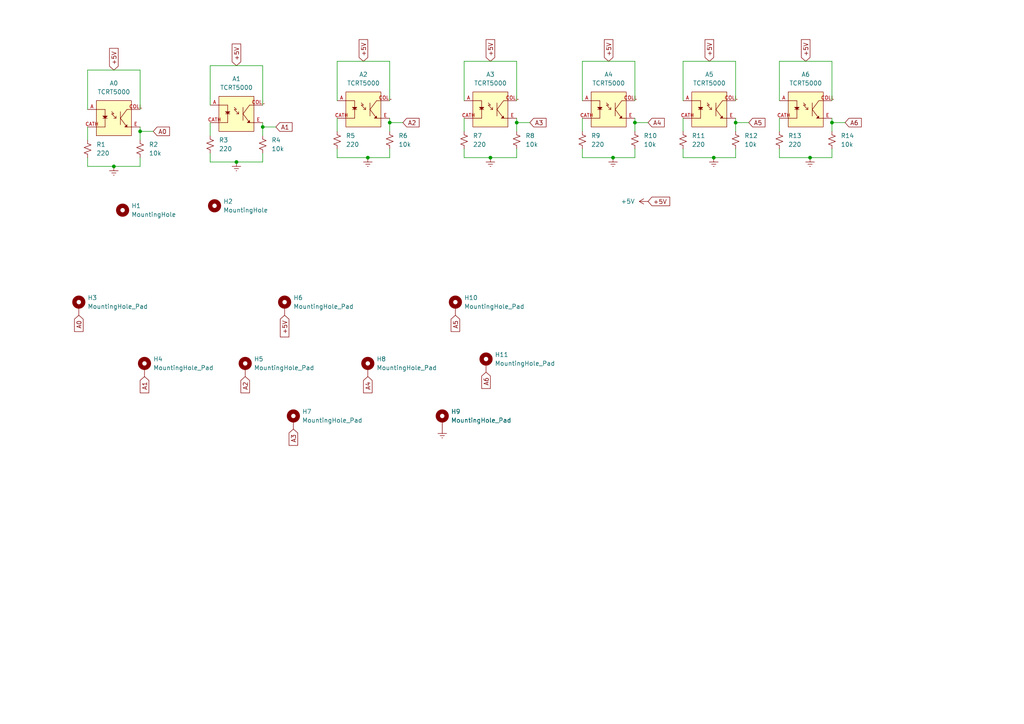
<source format=kicad_sch>
(kicad_sch (version 20211123) (generator eeschema)

  (uuid c06f552a-1d55-4770-8c0f-d45d47c3eca5)

  (paper "A4")

  (lib_symbols
    (symbol "Device:R_Small_US" (pin_numbers hide) (pin_names (offset 0.254) hide) (in_bom yes) (on_board yes)
      (property "Reference" "R" (id 0) (at 0.762 0.508 0)
        (effects (font (size 1.27 1.27)) (justify left))
      )
      (property "Value" "R_Small_US" (id 1) (at 0.762 -1.016 0)
        (effects (font (size 1.27 1.27)) (justify left))
      )
      (property "Footprint" "" (id 2) (at 0 0 0)
        (effects (font (size 1.27 1.27)) hide)
      )
      (property "Datasheet" "~" (id 3) (at 0 0 0)
        (effects (font (size 1.27 1.27)) hide)
      )
      (property "ki_keywords" "r resistor" (id 4) (at 0 0 0)
        (effects (font (size 1.27 1.27)) hide)
      )
      (property "ki_description" "Resistor, small US symbol" (id 5) (at 0 0 0)
        (effects (font (size 1.27 1.27)) hide)
      )
      (property "ki_fp_filters" "R_*" (id 6) (at 0 0 0)
        (effects (font (size 1.27 1.27)) hide)
      )
      (symbol "R_Small_US_1_1"
        (polyline
          (pts
            (xy 0 0)
            (xy 1.016 -0.381)
            (xy 0 -0.762)
            (xy -1.016 -1.143)
            (xy 0 -1.524)
          )
          (stroke (width 0) (type default) (color 0 0 0 0))
          (fill (type none))
        )
        (polyline
          (pts
            (xy 0 1.524)
            (xy 1.016 1.143)
            (xy 0 0.762)
            (xy -1.016 0.381)
            (xy 0 0)
          )
          (stroke (width 0) (type default) (color 0 0 0 0))
          (fill (type none))
        )
        (pin passive line (at 0 2.54 270) (length 1.016)
          (name "~" (effects (font (size 1.27 1.27))))
          (number "1" (effects (font (size 1.27 1.27))))
        )
        (pin passive line (at 0 -2.54 90) (length 1.016)
          (name "~" (effects (font (size 1.27 1.27))))
          (number "2" (effects (font (size 1.27 1.27))))
        )
      )
    )
    (symbol "Mechanical:MountingHole" (pin_names (offset 1.016)) (in_bom yes) (on_board yes)
      (property "Reference" "H" (id 0) (at 0 5.08 0)
        (effects (font (size 1.27 1.27)))
      )
      (property "Value" "MountingHole" (id 1) (at 0 3.175 0)
        (effects (font (size 1.27 1.27)))
      )
      (property "Footprint" "" (id 2) (at 0 0 0)
        (effects (font (size 1.27 1.27)) hide)
      )
      (property "Datasheet" "~" (id 3) (at 0 0 0)
        (effects (font (size 1.27 1.27)) hide)
      )
      (property "ki_keywords" "mounting hole" (id 4) (at 0 0 0)
        (effects (font (size 1.27 1.27)) hide)
      )
      (property "ki_description" "Mounting Hole without connection" (id 5) (at 0 0 0)
        (effects (font (size 1.27 1.27)) hide)
      )
      (property "ki_fp_filters" "MountingHole*" (id 6) (at 0 0 0)
        (effects (font (size 1.27 1.27)) hide)
      )
      (symbol "MountingHole_0_1"
        (circle (center 0 0) (radius 1.27)
          (stroke (width 1.27) (type default) (color 0 0 0 0))
          (fill (type none))
        )
      )
    )
    (symbol "Mechanical:MountingHole_Pad" (pin_numbers hide) (pin_names (offset 1.016) hide) (in_bom yes) (on_board yes)
      (property "Reference" "H" (id 0) (at 0 6.35 0)
        (effects (font (size 1.27 1.27)))
      )
      (property "Value" "MountingHole_Pad" (id 1) (at 0 4.445 0)
        (effects (font (size 1.27 1.27)))
      )
      (property "Footprint" "" (id 2) (at 0 0 0)
        (effects (font (size 1.27 1.27)) hide)
      )
      (property "Datasheet" "~" (id 3) (at 0 0 0)
        (effects (font (size 1.27 1.27)) hide)
      )
      (property "ki_keywords" "mounting hole" (id 4) (at 0 0 0)
        (effects (font (size 1.27 1.27)) hide)
      )
      (property "ki_description" "Mounting Hole with connection" (id 5) (at 0 0 0)
        (effects (font (size 1.27 1.27)) hide)
      )
      (property "ki_fp_filters" "MountingHole*Pad*" (id 6) (at 0 0 0)
        (effects (font (size 1.27 1.27)) hide)
      )
      (symbol "MountingHole_Pad_0_1"
        (circle (center 0 1.27) (radius 1.27)
          (stroke (width 1.27) (type default) (color 0 0 0 0))
          (fill (type none))
        )
      )
      (symbol "MountingHole_Pad_1_1"
        (pin input line (at 0 -2.54 90) (length 2.54)
          (name "1" (effects (font (size 1.27 1.27))))
          (number "1" (effects (font (size 1.27 1.27))))
        )
      )
    )
    (symbol "ZC323000:TCRT5000" (pin_names (offset 1.016)) (in_bom yes) (on_board yes)
      (property "Reference" "U" (id 0) (at -5.0887 5.7248 0)
        (effects (font (size 1.27 1.27)) (justify left bottom))
      )
      (property "Value" "TCRT5000" (id 1) (at -5.0838 -5.7193 0)
        (effects (font (size 1.27 1.27)) (justify left top))
      )
      (property "Footprint" "OPTO_TCRT5000" (id 2) (at 0 0 0)
        (effects (font (size 1.27 1.27)) (justify bottom) hide)
      )
      (property "Datasheet" "" (id 3) (at 0 0 0)
        (effects (font (size 1.27 1.27)) hide)
      )
      (property "PARTREV" "1.7" (id 4) (at 0 0 0)
        (effects (font (size 1.27 1.27)) (justify bottom) hide)
      )
      (property "MANUFACTURER" "Vishay" (id 5) (at 0 0 0)
        (effects (font (size 1.27 1.27)) (justify bottom) hide)
      )
      (property "MAXIMUM_PACKAGE_HEIGHT" "7.2mm" (id 6) (at 0 0 0)
        (effects (font (size 1.27 1.27)) (justify bottom) hide)
      )
      (property "STANDARD" "Manufacturer recommendations" (id 7) (at 0 0 0)
        (effects (font (size 1.27 1.27)) (justify bottom) hide)
      )
      (symbol "TCRT5000_0_0"
        (rectangle (start -5.08 -5.08) (end 5.08 5.08)
          (stroke (width 0.1524) (type default) (color 0 0 0 0))
          (fill (type background))
        )
        (polyline
          (pts
            (xy -5.08 2.54)
            (xy -2.54 2.54)
          )
          (stroke (width 0.1524) (type default) (color 0 0 0 0))
          (fill (type none))
        )
        (polyline
          (pts
            (xy -3.175 0)
            (xy -1.905 0)
          )
          (stroke (width 0.1524) (type default) (color 0 0 0 0))
          (fill (type none))
        )
        (polyline
          (pts
            (xy -2.54 -2.54)
            (xy -5.08 -2.54)
          )
          (stroke (width 0.1524) (type default) (color 0 0 0 0))
          (fill (type none))
        )
        (polyline
          (pts
            (xy -2.54 2.54)
            (xy -2.54 -2.54)
          )
          (stroke (width 0.1524) (type default) (color 0 0 0 0))
          (fill (type none))
        )
        (polyline
          (pts
            (xy -0.635 1.27)
            (xy 0.635 0)
          )
          (stroke (width 0.1524) (type default) (color 0 0 0 0))
          (fill (type none))
        )
        (polyline
          (pts
            (xy -0.635 1.905)
            (xy 0 1.27)
          )
          (stroke (width 0.1524) (type default) (color 0 0 0 0))
          (fill (type none))
        )
        (polyline
          (pts
            (xy 0 1.27)
            (xy -0.635 1.27)
          )
          (stroke (width 0.1524) (type default) (color 0 0 0 0))
          (fill (type none))
        )
        (polyline
          (pts
            (xy 0.635 0)
            (xy 0 0)
          )
          (stroke (width 0.1524) (type default) (color 0 0 0 0))
          (fill (type none))
        )
        (polyline
          (pts
            (xy 0.635 0.635)
            (xy 0.635 0)
          )
          (stroke (width 0.1524) (type default) (color 0 0 0 0))
          (fill (type none))
        )
        (polyline
          (pts
            (xy 1.905 0)
            (xy 1.905 -1.905)
          )
          (stroke (width 0.1524) (type default) (color 0 0 0 0))
          (fill (type none))
        )
        (polyline
          (pts
            (xy 1.905 0)
            (xy 3.81 -2.54)
          )
          (stroke (width 0.1524) (type default) (color 0 0 0 0))
          (fill (type none))
        )
        (polyline
          (pts
            (xy 1.905 0)
            (xy 3.81 2.54)
          )
          (stroke (width 0.1524) (type default) (color 0 0 0 0))
          (fill (type none))
        )
        (polyline
          (pts
            (xy 1.905 1.905)
            (xy 1.905 0)
          )
          (stroke (width 0.1524) (type default) (color 0 0 0 0))
          (fill (type none))
        )
        (polyline
          (pts
            (xy 3.81 -2.54)
            (xy 5.08 -2.54)
          )
          (stroke (width 0.1524) (type default) (color 0 0 0 0))
          (fill (type none))
        )
        (polyline
          (pts
            (xy 3.81 2.54)
            (xy 5.08 2.54)
          )
          (stroke (width 0.1524) (type default) (color 0 0 0 0))
          (fill (type none))
        )
        (polyline
          (pts
            (xy -3.175 0.635)
            (xy -1.905 0.635)
            (xy -2.54 0)
            (xy -3.175 0.635)
          )
          (stroke (width 0.1524) (type default) (color 0 0 0 0))
          (fill (type outline))
        )
        (polyline
          (pts
            (xy 3.175 -2.54)
            (xy 3.81 -2.54)
            (xy 3.81 -1.905)
            (xy 3.175 -2.54)
          )
          (stroke (width 0.1524) (type default) (color 0 0 0 0))
          (fill (type outline))
        )
        (pin passive line (at -7.62 2.54 0) (length 2.54)
          (name "~" (effects (font (size 1.016 1.016))))
          (number "A" (effects (font (size 1.016 1.016))))
        )
        (pin passive line (at -7.62 -2.54 0) (length 2.54)
          (name "~" (effects (font (size 1.016 1.016))))
          (number "CATH" (effects (font (size 1.016 1.016))))
        )
        (pin passive line (at 7.62 2.54 180) (length 2.54)
          (name "~" (effects (font (size 1.016 1.016))))
          (number "COLL" (effects (font (size 1.016 1.016))))
        )
        (pin passive line (at 7.62 -2.54 180) (length 2.54)
          (name "~" (effects (font (size 1.016 1.016))))
          (number "E" (effects (font (size 1.016 1.016))))
        )
      )
    )
    (symbol "power:+5V" (power) (pin_names (offset 0)) (in_bom yes) (on_board yes)
      (property "Reference" "#PWR" (id 0) (at 0 -3.81 0)
        (effects (font (size 1.27 1.27)) hide)
      )
      (property "Value" "+5V" (id 1) (at 0 3.556 0)
        (effects (font (size 1.27 1.27)))
      )
      (property "Footprint" "" (id 2) (at 0 0 0)
        (effects (font (size 1.27 1.27)) hide)
      )
      (property "Datasheet" "" (id 3) (at 0 0 0)
        (effects (font (size 1.27 1.27)) hide)
      )
      (property "ki_keywords" "power-flag" (id 4) (at 0 0 0)
        (effects (font (size 1.27 1.27)) hide)
      )
      (property "ki_description" "Power symbol creates a global label with name \"+5V\"" (id 5) (at 0 0 0)
        (effects (font (size 1.27 1.27)) hide)
      )
      (symbol "+5V_0_1"
        (polyline
          (pts
            (xy -0.762 1.27)
            (xy 0 2.54)
          )
          (stroke (width 0) (type default) (color 0 0 0 0))
          (fill (type none))
        )
        (polyline
          (pts
            (xy 0 0)
            (xy 0 2.54)
          )
          (stroke (width 0) (type default) (color 0 0 0 0))
          (fill (type none))
        )
        (polyline
          (pts
            (xy 0 2.54)
            (xy 0.762 1.27)
          )
          (stroke (width 0) (type default) (color 0 0 0 0))
          (fill (type none))
        )
      )
      (symbol "+5V_1_1"
        (pin power_in line (at 0 0 90) (length 0) hide
          (name "+5V" (effects (font (size 1.27 1.27))))
          (number "1" (effects (font (size 1.27 1.27))))
        )
      )
    )
    (symbol "power:Earth" (power) (pin_names (offset 0)) (in_bom yes) (on_board yes)
      (property "Reference" "#PWR" (id 0) (at 0 -6.35 0)
        (effects (font (size 1.27 1.27)) hide)
      )
      (property "Value" "Earth" (id 1) (at 0 -3.81 0)
        (effects (font (size 1.27 1.27)) hide)
      )
      (property "Footprint" "" (id 2) (at 0 0 0)
        (effects (font (size 1.27 1.27)) hide)
      )
      (property "Datasheet" "~" (id 3) (at 0 0 0)
        (effects (font (size 1.27 1.27)) hide)
      )
      (property "ki_keywords" "power-flag ground gnd" (id 4) (at 0 0 0)
        (effects (font (size 1.27 1.27)) hide)
      )
      (property "ki_description" "Power symbol creates a global label with name \"Earth\"" (id 5) (at 0 0 0)
        (effects (font (size 1.27 1.27)) hide)
      )
      (symbol "Earth_0_1"
        (polyline
          (pts
            (xy -0.635 -1.905)
            (xy 0.635 -1.905)
          )
          (stroke (width 0) (type default) (color 0 0 0 0))
          (fill (type none))
        )
        (polyline
          (pts
            (xy -0.127 -2.54)
            (xy 0.127 -2.54)
          )
          (stroke (width 0) (type default) (color 0 0 0 0))
          (fill (type none))
        )
        (polyline
          (pts
            (xy 0 -1.27)
            (xy 0 0)
          )
          (stroke (width 0) (type default) (color 0 0 0 0))
          (fill (type none))
        )
        (polyline
          (pts
            (xy 1.27 -1.27)
            (xy -1.27 -1.27)
          )
          (stroke (width 0) (type default) (color 0 0 0 0))
          (fill (type none))
        )
      )
      (symbol "Earth_1_1"
        (pin power_in line (at 0 0 270) (length 0) hide
          (name "Earth" (effects (font (size 1.27 1.27))))
          (number "1" (effects (font (size 1.27 1.27))))
        )
      )
    )
  )

  (junction (at 207.01 45.72) (diameter 0) (color 0 0 0 0)
    (uuid 015ca371-1b95-498a-b294-a591dca6487e)
  )
  (junction (at 68.58 46.99) (diameter 0) (color 0 0 0 0)
    (uuid 4674755d-7f25-4b32-b785-d4351eede73f)
  )
  (junction (at 40.64 38.1) (diameter 0) (color 0 0 0 0)
    (uuid 49d7876b-3305-4f1b-b7be-6a59cb7ed640)
  )
  (junction (at 234.95 45.72) (diameter 0) (color 0 0 0 0)
    (uuid 4e26ce08-98a5-444f-91c9-bc1b57c69601)
  )
  (junction (at 241.3 35.56) (diameter 0) (color 0 0 0 0)
    (uuid 57496717-b5a7-45c5-a667-0da133079076)
  )
  (junction (at 142.24 45.72) (diameter 0) (color 0 0 0 0)
    (uuid 58644573-a7f1-43f6-a2e0-3e8d229cd76e)
  )
  (junction (at 184.15 35.56) (diameter 0) (color 0 0 0 0)
    (uuid 7f823768-7e38-4218-8fda-c8420ca4680e)
  )
  (junction (at 113.03 35.56) (diameter 0) (color 0 0 0 0)
    (uuid 81e7efbd-604d-4ae7-92ed-cfcb3315591a)
  )
  (junction (at 106.68 45.72) (diameter 0) (color 0 0 0 0)
    (uuid 85857e66-a490-4a4b-8fd9-fa3a49f4e49f)
  )
  (junction (at 177.8 45.72) (diameter 0) (color 0 0 0 0)
    (uuid b303fcea-7404-4025-b36a-fe81b9de2c68)
  )
  (junction (at 149.86 35.56) (diameter 0) (color 0 0 0 0)
    (uuid b3189a78-8d0e-4c1a-9286-b0b7443bfe10)
  )
  (junction (at 76.2 36.83) (diameter 0) (color 0 0 0 0)
    (uuid e297e1c0-18ba-4c25-afb8-453dc4c05ede)
  )
  (junction (at 33.02 48.26) (diameter 0) (color 0 0 0 0)
    (uuid e500f721-480c-4280-b0ad-bb73b1477de5)
  )
  (junction (at 213.36 35.56) (diameter 0) (color 0 0 0 0)
    (uuid f461bf32-e278-40cf-925f-420a31d2cb75)
  )

  (wire (pts (xy 97.79 45.72) (xy 106.68 45.72))
    (stroke (width 0) (type default) (color 0 0 0 0))
    (uuid 026d41e0-ee0f-4fbe-ad3c-1d27de6f2d72)
  )
  (wire (pts (xy 134.62 29.21) (xy 134.62 17.78))
    (stroke (width 0) (type default) (color 0 0 0 0))
    (uuid 07462eb2-8c32-4d5c-89d5-acccfae34cfc)
  )
  (wire (pts (xy 134.62 17.78) (xy 149.86 17.78))
    (stroke (width 0) (type default) (color 0 0 0 0))
    (uuid 0f872dc4-69b7-41f7-b2c5-469802f60945)
  )
  (wire (pts (xy 198.12 29.21) (xy 198.12 17.78))
    (stroke (width 0) (type default) (color 0 0 0 0))
    (uuid 127f8ebb-ccb2-444f-9085-911151c2aac0)
  )
  (wire (pts (xy 106.68 45.72) (xy 113.03 45.72))
    (stroke (width 0) (type default) (color 0 0 0 0))
    (uuid 168499fb-466e-4a3f-b9d9-4da29da45049)
  )
  (wire (pts (xy 168.91 45.72) (xy 177.8 45.72))
    (stroke (width 0) (type default) (color 0 0 0 0))
    (uuid 1979c3be-8bec-420a-a0bd-1d13cecc7577)
  )
  (wire (pts (xy 184.15 45.72) (xy 184.15 43.18))
    (stroke (width 0) (type default) (color 0 0 0 0))
    (uuid 19bdd12d-b2e5-457e-a621-5bbee51587c4)
  )
  (wire (pts (xy 198.12 17.78) (xy 213.36 17.78))
    (stroke (width 0) (type default) (color 0 0 0 0))
    (uuid 21286f02-c183-4874-826f-27e966a306e7)
  )
  (wire (pts (xy 40.64 38.1) (xy 44.45 38.1))
    (stroke (width 0) (type default) (color 0 0 0 0))
    (uuid 215e7912-2258-4dd2-b8ad-d4da16ad2870)
  )
  (wire (pts (xy 184.15 34.29) (xy 184.15 35.56))
    (stroke (width 0) (type default) (color 0 0 0 0))
    (uuid 232b278e-c907-4798-bf06-f287accde55e)
  )
  (wire (pts (xy 113.03 34.29) (xy 113.03 35.56))
    (stroke (width 0) (type default) (color 0 0 0 0))
    (uuid 23b07f64-2667-4665-9008-6801d80a45d0)
  )
  (wire (pts (xy 184.15 35.56) (xy 187.96 35.56))
    (stroke (width 0) (type default) (color 0 0 0 0))
    (uuid 26264854-c739-4ce4-b4f8-398f481e43e2)
  )
  (wire (pts (xy 184.15 29.21) (xy 184.15 17.78))
    (stroke (width 0) (type default) (color 0 0 0 0))
    (uuid 2900423d-3f0f-4e2a-af27-c9b3745ea4f2)
  )
  (wire (pts (xy 76.2 36.83) (xy 80.01 36.83))
    (stroke (width 0) (type default) (color 0 0 0 0))
    (uuid 2afdb208-d934-4ce2-a684-3ec6b46a5228)
  )
  (wire (pts (xy 149.86 34.29) (xy 149.86 35.56))
    (stroke (width 0) (type default) (color 0 0 0 0))
    (uuid 2b6e0c57-4c00-4e1f-a74b-5fe29be7fbc8)
  )
  (wire (pts (xy 40.64 38.1) (xy 40.64 40.64))
    (stroke (width 0) (type default) (color 0 0 0 0))
    (uuid 2d5da9bb-316f-44b5-9473-ce7a8d5e3c60)
  )
  (wire (pts (xy 226.06 45.72) (xy 234.95 45.72))
    (stroke (width 0) (type default) (color 0 0 0 0))
    (uuid 326f82b5-76cf-4862-b2da-e241db633c85)
  )
  (wire (pts (xy 149.86 35.56) (xy 149.86 38.1))
    (stroke (width 0) (type default) (color 0 0 0 0))
    (uuid 33ef9e49-1a0c-481d-b60d-c220487c4089)
  )
  (wire (pts (xy 149.86 29.21) (xy 149.86 17.78))
    (stroke (width 0) (type default) (color 0 0 0 0))
    (uuid 390cd421-9878-43d3-b31c-cc9dc7119e75)
  )
  (wire (pts (xy 142.24 45.72) (xy 149.86 45.72))
    (stroke (width 0) (type default) (color 0 0 0 0))
    (uuid 3d558589-a3b5-4866-b49b-ce82dcb79f7b)
  )
  (wire (pts (xy 40.64 36.83) (xy 40.64 38.1))
    (stroke (width 0) (type default) (color 0 0 0 0))
    (uuid 413c5ad6-b744-4f28-9d1b-800b9d601583)
  )
  (wire (pts (xy 198.12 45.72) (xy 207.01 45.72))
    (stroke (width 0) (type default) (color 0 0 0 0))
    (uuid 428b375d-e1ee-4d55-bd01-c0af190fd606)
  )
  (wire (pts (xy 207.01 45.72) (xy 213.36 45.72))
    (stroke (width 0) (type default) (color 0 0 0 0))
    (uuid 42c5e4df-d159-48e7-93ee-6c3d39dd9911)
  )
  (wire (pts (xy 60.96 35.56) (xy 60.96 39.37))
    (stroke (width 0) (type default) (color 0 0 0 0))
    (uuid 467dd4c3-9b2a-4cee-950b-d669c0984aee)
  )
  (wire (pts (xy 198.12 43.18) (xy 198.12 45.72))
    (stroke (width 0) (type default) (color 0 0 0 0))
    (uuid 4779c65c-84f7-40f3-b763-ad3258332bdf)
  )
  (wire (pts (xy 134.62 43.18) (xy 134.62 45.72))
    (stroke (width 0) (type default) (color 0 0 0 0))
    (uuid 49a3a732-6ec7-4c4c-9937-da2a7bd83635)
  )
  (wire (pts (xy 234.95 45.72) (xy 241.3 45.72))
    (stroke (width 0) (type default) (color 0 0 0 0))
    (uuid 50a78539-1af6-4f05-99e0-87a2ca2eda17)
  )
  (wire (pts (xy 168.91 29.21) (xy 168.91 17.78))
    (stroke (width 0) (type default) (color 0 0 0 0))
    (uuid 597d0fa8-2363-401d-86c7-1fdb703ec852)
  )
  (wire (pts (xy 25.4 31.75) (xy 25.4 20.32))
    (stroke (width 0) (type default) (color 0 0 0 0))
    (uuid 59df8fe6-bd40-4541-8fd0-2bacc4be3286)
  )
  (wire (pts (xy 241.3 35.56) (xy 245.11 35.56))
    (stroke (width 0) (type default) (color 0 0 0 0))
    (uuid 5f519dee-0466-4da5-8d23-b58271ef04f2)
  )
  (wire (pts (xy 76.2 30.48) (xy 76.2 19.05))
    (stroke (width 0) (type default) (color 0 0 0 0))
    (uuid 6403685d-033d-4af8-bba6-a3c3fbe151a9)
  )
  (wire (pts (xy 113.03 29.21) (xy 113.03 17.78))
    (stroke (width 0) (type default) (color 0 0 0 0))
    (uuid 674d43cc-15e8-40d4-ae10-a20f7d6e69bd)
  )
  (wire (pts (xy 60.96 46.99) (xy 68.58 46.99))
    (stroke (width 0) (type default) (color 0 0 0 0))
    (uuid 684425cf-7868-4f8d-a2d0-ab59cd4ce431)
  )
  (wire (pts (xy 97.79 17.78) (xy 113.03 17.78))
    (stroke (width 0) (type default) (color 0 0 0 0))
    (uuid 699f0050-b512-4db7-9083-f5c68526852c)
  )
  (wire (pts (xy 68.58 46.99) (xy 76.2 46.99))
    (stroke (width 0) (type default) (color 0 0 0 0))
    (uuid 6aee05b6-b983-473e-b8ea-79f81acb8bb9)
  )
  (wire (pts (xy 226.06 34.29) (xy 226.06 38.1))
    (stroke (width 0) (type default) (color 0 0 0 0))
    (uuid 6eaf9999-7442-4c46-8bcc-029c631034ba)
  )
  (wire (pts (xy 97.79 34.29) (xy 97.79 38.1))
    (stroke (width 0) (type default) (color 0 0 0 0))
    (uuid 7529e203-2c66-4ce8-b6c9-c85b3923c702)
  )
  (wire (pts (xy 25.4 48.26) (xy 33.02 48.26))
    (stroke (width 0) (type default) (color 0 0 0 0))
    (uuid 77706af3-1761-49d1-b81c-98cbced43fa3)
  )
  (wire (pts (xy 241.3 34.29) (xy 241.3 35.56))
    (stroke (width 0) (type default) (color 0 0 0 0))
    (uuid 7c84d3c3-ff7f-4ced-a103-87f88a246195)
  )
  (wire (pts (xy 149.86 35.56) (xy 153.67 35.56))
    (stroke (width 0) (type default) (color 0 0 0 0))
    (uuid 7c92e615-d6b6-4afc-990a-37aafcf7579b)
  )
  (wire (pts (xy 226.06 29.21) (xy 226.06 17.78))
    (stroke (width 0) (type default) (color 0 0 0 0))
    (uuid 80e4a0ac-5d2d-4ee9-8304-af0675543545)
  )
  (wire (pts (xy 168.91 17.78) (xy 184.15 17.78))
    (stroke (width 0) (type default) (color 0 0 0 0))
    (uuid 83c929e6-4a94-4476-8960-c6824d245aed)
  )
  (wire (pts (xy 198.12 34.29) (xy 198.12 38.1))
    (stroke (width 0) (type default) (color 0 0 0 0))
    (uuid 85d0a507-3d56-49a4-84f1-7d6f26fd2e99)
  )
  (wire (pts (xy 76.2 46.99) (xy 76.2 44.45))
    (stroke (width 0) (type default) (color 0 0 0 0))
    (uuid 89039a25-4eb0-42a3-b00f-cca245c941c8)
  )
  (wire (pts (xy 25.4 36.83) (xy 25.4 40.64))
    (stroke (width 0) (type default) (color 0 0 0 0))
    (uuid 8b72c00e-fb77-4309-b312-845ccb681102)
  )
  (wire (pts (xy 226.06 43.18) (xy 226.06 45.72))
    (stroke (width 0) (type default) (color 0 0 0 0))
    (uuid 90c195d6-2f62-42ad-9692-0ce78f8c220a)
  )
  (wire (pts (xy 40.64 31.75) (xy 40.64 20.32))
    (stroke (width 0) (type default) (color 0 0 0 0))
    (uuid 929ed5dd-f238-48bd-aa44-0d3cd583acfa)
  )
  (wire (pts (xy 168.91 43.18) (xy 168.91 45.72))
    (stroke (width 0) (type default) (color 0 0 0 0))
    (uuid 942a0e81-3a36-41e6-84ae-4f3d81655d6d)
  )
  (wire (pts (xy 134.62 45.72) (xy 142.24 45.72))
    (stroke (width 0) (type default) (color 0 0 0 0))
    (uuid 9a85c849-6ee1-472e-b12e-ca946b7d6565)
  )
  (wire (pts (xy 241.3 45.72) (xy 241.3 43.18))
    (stroke (width 0) (type default) (color 0 0 0 0))
    (uuid 9e5ab8ed-fb0b-4d33-8a6a-516838214e53)
  )
  (wire (pts (xy 97.79 29.21) (xy 97.79 17.78))
    (stroke (width 0) (type default) (color 0 0 0 0))
    (uuid a252d356-b1cf-442a-a760-4f4cf14bd413)
  )
  (wire (pts (xy 213.36 35.56) (xy 217.17 35.56))
    (stroke (width 0) (type default) (color 0 0 0 0))
    (uuid a44f4bcd-b9be-4f59-9019-3a2a679d9907)
  )
  (wire (pts (xy 25.4 45.72) (xy 25.4 48.26))
    (stroke (width 0) (type default) (color 0 0 0 0))
    (uuid a644e6b6-f365-45f3-87d8-e441955999fd)
  )
  (wire (pts (xy 213.36 29.21) (xy 213.36 17.78))
    (stroke (width 0) (type default) (color 0 0 0 0))
    (uuid a763b99c-b7b6-43fc-bc38-54ac09eed0c4)
  )
  (wire (pts (xy 213.36 35.56) (xy 213.36 38.1))
    (stroke (width 0) (type default) (color 0 0 0 0))
    (uuid a814d9a8-de64-40a6-8f70-2dbc36d9a6b2)
  )
  (wire (pts (xy 177.8 45.72) (xy 184.15 45.72))
    (stroke (width 0) (type default) (color 0 0 0 0))
    (uuid af56865d-f7d6-4de1-a977-3852ab422519)
  )
  (wire (pts (xy 113.03 45.72) (xy 113.03 43.18))
    (stroke (width 0) (type default) (color 0 0 0 0))
    (uuid b7e957ab-a004-410c-af2b-a5ba12fa47f9)
  )
  (wire (pts (xy 241.3 29.21) (xy 241.3 17.78))
    (stroke (width 0) (type default) (color 0 0 0 0))
    (uuid b8f49850-bf89-4d6f-8bb4-79d8663c16bc)
  )
  (wire (pts (xy 33.02 48.26) (xy 40.64 48.26))
    (stroke (width 0) (type default) (color 0 0 0 0))
    (uuid b93b6ca4-301a-4b41-b818-80ca73087126)
  )
  (wire (pts (xy 241.3 35.56) (xy 241.3 38.1))
    (stroke (width 0) (type default) (color 0 0 0 0))
    (uuid ba909ed2-f776-459b-8191-02da5c67fa0b)
  )
  (wire (pts (xy 113.03 35.56) (xy 116.84 35.56))
    (stroke (width 0) (type default) (color 0 0 0 0))
    (uuid bfe380d7-3291-47e1-8f0d-36205a1ae917)
  )
  (wire (pts (xy 40.64 48.26) (xy 40.64 45.72))
    (stroke (width 0) (type default) (color 0 0 0 0))
    (uuid ccb59244-1bcf-4e0f-8b0f-3a13573835be)
  )
  (wire (pts (xy 60.96 19.05) (xy 76.2 19.05))
    (stroke (width 0) (type default) (color 0 0 0 0))
    (uuid d16ff3ba-81fb-48fa-a96e-d12f9ae9c1ae)
  )
  (wire (pts (xy 60.96 44.45) (xy 60.96 46.99))
    (stroke (width 0) (type default) (color 0 0 0 0))
    (uuid d221568c-960a-4827-a6c9-338b60468dae)
  )
  (wire (pts (xy 226.06 17.78) (xy 241.3 17.78))
    (stroke (width 0) (type default) (color 0 0 0 0))
    (uuid d8c55013-0f16-40be-9490-3cd8007b889f)
  )
  (wire (pts (xy 113.03 35.56) (xy 113.03 38.1))
    (stroke (width 0) (type default) (color 0 0 0 0))
    (uuid d8d9b886-8a46-4c9d-acce-7fc889d04374)
  )
  (wire (pts (xy 76.2 36.83) (xy 76.2 39.37))
    (stroke (width 0) (type default) (color 0 0 0 0))
    (uuid dc7dc8e9-d325-4586-8d22-ee200965808d)
  )
  (wire (pts (xy 60.96 30.48) (xy 60.96 19.05))
    (stroke (width 0) (type default) (color 0 0 0 0))
    (uuid de5f995f-e406-4fdb-9332-1ed3c1af6ce3)
  )
  (wire (pts (xy 149.86 45.72) (xy 149.86 43.18))
    (stroke (width 0) (type default) (color 0 0 0 0))
    (uuid e92966e0-4dd1-484e-8d02-344057a58ac4)
  )
  (wire (pts (xy 76.2 35.56) (xy 76.2 36.83))
    (stroke (width 0) (type default) (color 0 0 0 0))
    (uuid ecbaf140-faf9-4983-8122-51767355515f)
  )
  (wire (pts (xy 134.62 34.29) (xy 134.62 38.1))
    (stroke (width 0) (type default) (color 0 0 0 0))
    (uuid ed7a0e4c-3839-4c17-a4db-13f245c01919)
  )
  (wire (pts (xy 97.79 43.18) (xy 97.79 45.72))
    (stroke (width 0) (type default) (color 0 0 0 0))
    (uuid ef1dc2ac-d7b4-46af-bd51-d355ab4983ca)
  )
  (wire (pts (xy 168.91 34.29) (xy 168.91 38.1))
    (stroke (width 0) (type default) (color 0 0 0 0))
    (uuid f412a357-9c53-4878-b263-9986386cdc0a)
  )
  (wire (pts (xy 25.4 20.32) (xy 40.64 20.32))
    (stroke (width 0) (type default) (color 0 0 0 0))
    (uuid f7b51a11-a25d-466d-b2a7-c366f31c5403)
  )
  (wire (pts (xy 213.36 45.72) (xy 213.36 43.18))
    (stroke (width 0) (type default) (color 0 0 0 0))
    (uuid f90109a2-90c2-4e9f-888c-8c4bdcf2173b)
  )
  (wire (pts (xy 213.36 34.29) (xy 213.36 35.56))
    (stroke (width 0) (type default) (color 0 0 0 0))
    (uuid fd31fade-c500-44d2-b76d-3e2889494100)
  )
  (wire (pts (xy 184.15 35.56) (xy 184.15 38.1))
    (stroke (width 0) (type default) (color 0 0 0 0))
    (uuid fe0642a7-1c76-43a3-9886-c1e1e2f168f4)
  )

  (global_label "+5V" (shape input) (at 33.02 20.32 90) (fields_autoplaced)
    (effects (font (size 1.27 1.27)) (justify left))
    (uuid 1a5d033f-d93a-4d8c-b370-732e8dd12e00)
    (property "Intersheet References" "${INTERSHEET_REFS}" (id 0) (at 32.9406 14.0364 90)
      (effects (font (size 1.27 1.27)) (justify left) hide)
    )
  )
  (global_label "+5V" (shape input) (at 82.55 91.44 270) (fields_autoplaced)
    (effects (font (size 1.27 1.27)) (justify right))
    (uuid 3175c15a-8926-4d80-aba6-00776a905eba)
    (property "Intersheet References" "${INTERSHEET_REFS}" (id 0) (at 82.4706 97.7236 90)
      (effects (font (size 1.27 1.27)) (justify right) hide)
    )
  )
  (global_label "+5V" (shape input) (at 105.41 17.78 90) (fields_autoplaced)
    (effects (font (size 1.27 1.27)) (justify left))
    (uuid 34bb640f-f6c6-4aae-8f64-60ddfc7ac4cf)
    (property "Intersheet References" "${INTERSHEET_REFS}" (id 0) (at 105.3306 11.4964 90)
      (effects (font (size 1.27 1.27)) (justify left) hide)
    )
  )
  (global_label "A6" (shape input) (at 140.97 107.95 270) (fields_autoplaced)
    (effects (font (size 1.27 1.27)) (justify right))
    (uuid 3b5acb67-73b2-43cc-88ce-50ae8a7d4d37)
    (property "Intersheet References" "${INTERSHEET_REFS}" (id 0) (at 140.8906 112.6612 90)
      (effects (font (size 1.27 1.27)) (justify right) hide)
    )
  )
  (global_label "+5V" (shape input) (at 176.53 17.78 90) (fields_autoplaced)
    (effects (font (size 1.27 1.27)) (justify left))
    (uuid 4b71dacb-2e1a-4ea5-a2e6-065a2ff13c75)
    (property "Intersheet References" "${INTERSHEET_REFS}" (id 0) (at 176.4506 11.4964 90)
      (effects (font (size 1.27 1.27)) (justify left) hide)
    )
  )
  (global_label "+5V" (shape input) (at 233.68 17.78 90) (fields_autoplaced)
    (effects (font (size 1.27 1.27)) (justify left))
    (uuid 599b9bae-cfb6-44ae-a9c0-96008a72e108)
    (property "Intersheet References" "${INTERSHEET_REFS}" (id 0) (at 233.6006 11.4964 90)
      (effects (font (size 1.27 1.27)) (justify left) hide)
    )
  )
  (global_label "A4" (shape input) (at 187.96 35.56 0) (fields_autoplaced)
    (effects (font (size 1.27 1.27)) (justify left))
    (uuid 68d87b0d-ada1-46a8-9aa3-8d1d97b431b5)
    (property "Intersheet References" "${INTERSHEET_REFS}" (id 0) (at 192.6712 35.4806 0)
      (effects (font (size 1.27 1.27)) (justify left) hide)
    )
  )
  (global_label "A1" (shape input) (at 41.91 109.22 270) (fields_autoplaced)
    (effects (font (size 1.27 1.27)) (justify right))
    (uuid 69b19061-3082-458b-9986-37d16e760f0a)
    (property "Intersheet References" "${INTERSHEET_REFS}" (id 0) (at 41.8306 113.9312 90)
      (effects (font (size 1.27 1.27)) (justify right) hide)
    )
  )
  (global_label "A0" (shape input) (at 22.86 91.44 270) (fields_autoplaced)
    (effects (font (size 1.27 1.27)) (justify right))
    (uuid 6e487f08-6277-4dce-81a1-2b048609bb61)
    (property "Intersheet References" "${INTERSHEET_REFS}" (id 0) (at 22.7806 96.1512 90)
      (effects (font (size 1.27 1.27)) (justify right) hide)
    )
  )
  (global_label "+5V" (shape input) (at 142.24 17.78 90) (fields_autoplaced)
    (effects (font (size 1.27 1.27)) (justify left))
    (uuid 89754c4b-6990-430e-b4e7-5f36ba119a6f)
    (property "Intersheet References" "${INTERSHEET_REFS}" (id 0) (at 142.1606 11.4964 90)
      (effects (font (size 1.27 1.27)) (justify left) hide)
    )
  )
  (global_label "A2" (shape input) (at 71.12 109.22 270) (fields_autoplaced)
    (effects (font (size 1.27 1.27)) (justify right))
    (uuid 89ae5306-cd13-4b98-9360-6967a030e8b0)
    (property "Intersheet References" "${INTERSHEET_REFS}" (id 0) (at 71.0406 113.9312 90)
      (effects (font (size 1.27 1.27)) (justify right) hide)
    )
  )
  (global_label "A5" (shape input) (at 217.17 35.56 0) (fields_autoplaced)
    (effects (font (size 1.27 1.27)) (justify left))
    (uuid 8ff3420f-0ea9-42c7-a6f2-e7495b6d10a5)
    (property "Intersheet References" "${INTERSHEET_REFS}" (id 0) (at 221.8812 35.4806 0)
      (effects (font (size 1.27 1.27)) (justify left) hide)
    )
  )
  (global_label "A2" (shape input) (at 116.84 35.56 0) (fields_autoplaced)
    (effects (font (size 1.27 1.27)) (justify left))
    (uuid 9a00e203-ca1c-4774-8c66-4a059052db76)
    (property "Intersheet References" "${INTERSHEET_REFS}" (id 0) (at 121.5512 35.4806 0)
      (effects (font (size 1.27 1.27)) (justify left) hide)
    )
  )
  (global_label "A0" (shape input) (at 44.45 38.1 0) (fields_autoplaced)
    (effects (font (size 1.27 1.27)) (justify left))
    (uuid 9af7ecc7-7120-4a04-888f-4ebc6a432940)
    (property "Intersheet References" "${INTERSHEET_REFS}" (id 0) (at 49.1612 38.0206 0)
      (effects (font (size 1.27 1.27)) (justify left) hide)
    )
  )
  (global_label "A3" (shape input) (at 85.09 124.46 270) (fields_autoplaced)
    (effects (font (size 1.27 1.27)) (justify right))
    (uuid 9cfac5d1-4f7d-469b-84d3-c7ef7d2d9e1c)
    (property "Intersheet References" "${INTERSHEET_REFS}" (id 0) (at 85.0106 129.1712 90)
      (effects (font (size 1.27 1.27)) (justify right) hide)
    )
  )
  (global_label "A1" (shape input) (at 80.01 36.83 0) (fields_autoplaced)
    (effects (font (size 1.27 1.27)) (justify left))
    (uuid a7b26151-7334-45af-a064-61e810682552)
    (property "Intersheet References" "${INTERSHEET_REFS}" (id 0) (at 84.7212 36.7506 0)
      (effects (font (size 1.27 1.27)) (justify left) hide)
    )
  )
  (global_label "+5V" (shape input) (at 68.58 19.05 90) (fields_autoplaced)
    (effects (font (size 1.27 1.27)) (justify left))
    (uuid b2ec09a8-9bd1-43c0-b2cd-da04ffd6ea50)
    (property "Intersheet References" "${INTERSHEET_REFS}" (id 0) (at 68.5006 12.7664 90)
      (effects (font (size 1.27 1.27)) (justify left) hide)
    )
  )
  (global_label "A3" (shape input) (at 153.67 35.56 0) (fields_autoplaced)
    (effects (font (size 1.27 1.27)) (justify left))
    (uuid bcd6af08-f97b-474a-81e4-b9b978e764f4)
    (property "Intersheet References" "${INTERSHEET_REFS}" (id 0) (at 158.3812 35.4806 0)
      (effects (font (size 1.27 1.27)) (justify left) hide)
    )
  )
  (global_label "A5" (shape input) (at 132.08 91.44 270) (fields_autoplaced)
    (effects (font (size 1.27 1.27)) (justify right))
    (uuid c0fc2dde-04a4-47db-a4cc-e1aed7c8d6e3)
    (property "Intersheet References" "${INTERSHEET_REFS}" (id 0) (at 132.0006 96.1512 90)
      (effects (font (size 1.27 1.27)) (justify right) hide)
    )
  )
  (global_label "A6" (shape input) (at 245.11 35.56 0) (fields_autoplaced)
    (effects (font (size 1.27 1.27)) (justify left))
    (uuid c7fcdf40-b1da-491f-9312-13d4a24ad8b4)
    (property "Intersheet References" "${INTERSHEET_REFS}" (id 0) (at 249.8212 35.4806 0)
      (effects (font (size 1.27 1.27)) (justify left) hide)
    )
  )
  (global_label "+5V" (shape input) (at 187.96 58.42 0) (fields_autoplaced)
    (effects (font (size 1.27 1.27)) (justify left))
    (uuid df48eaa7-2202-48f6-bd41-fca8804b495a)
    (property "Intersheet References" "${INTERSHEET_REFS}" (id 0) (at 194.2436 58.3406 0)
      (effects (font (size 1.27 1.27)) (justify left) hide)
    )
  )
  (global_label "A4" (shape input) (at 106.68 109.22 270) (fields_autoplaced)
    (effects (font (size 1.27 1.27)) (justify right))
    (uuid ea2e3aa8-0ac3-45c3-b78f-5462a747b334)
    (property "Intersheet References" "${INTERSHEET_REFS}" (id 0) (at 106.6006 113.9312 90)
      (effects (font (size 1.27 1.27)) (justify right) hide)
    )
  )
  (global_label "+5V" (shape input) (at 205.74 17.78 90) (fields_autoplaced)
    (effects (font (size 1.27 1.27)) (justify left))
    (uuid febe0ae5-dac7-4c23-aa70-b1aa8c513a44)
    (property "Intersheet References" "${INTERSHEET_REFS}" (id 0) (at 205.6606 11.4964 90)
      (effects (font (size 1.27 1.27)) (justify left) hide)
    )
  )

  (symbol (lib_id "Device:R_Small_US") (at 213.36 40.64 0) (unit 1)
    (in_bom yes) (on_board yes) (fields_autoplaced)
    (uuid 011f0ad2-af01-4129-9729-a7d84abb8e70)
    (property "Reference" "R12" (id 0) (at 215.9 39.3699 0)
      (effects (font (size 1.27 1.27)) (justify left))
    )
    (property "Value" "10k" (id 1) (at 215.9 41.9099 0)
      (effects (font (size 1.27 1.27)) (justify left))
    )
    (property "Footprint" "Resistor_SMD:R_0402_1005Metric_Pad0.72x0.64mm_HandSolder" (id 2) (at 213.36 40.64 0)
      (effects (font (size 1.27 1.27)) hide)
    )
    (property "Datasheet" "~" (id 3) (at 213.36 40.64 0)
      (effects (font (size 1.27 1.27)) hide)
    )
    (pin "1" (uuid a90093fd-22af-4480-8961-81be4e124228))
    (pin "2" (uuid 3fdaa6b1-bfd7-4660-8b0e-89183f9abd37))
  )

  (symbol (lib_id "Mechanical:MountingHole") (at 35.56 60.96 0) (unit 1)
    (in_bom yes) (on_board yes) (fields_autoplaced)
    (uuid 016b5c3b-36e3-4d0e-8d71-ab1ee5893b8f)
    (property "Reference" "H1" (id 0) (at 38.1 59.6899 0)
      (effects (font (size 1.27 1.27)) (justify left))
    )
    (property "Value" "MountingHole" (id 1) (at 38.1 62.2299 0)
      (effects (font (size 1.27 1.27)) (justify left))
    )
    (property "Footprint" "MountingHole:MountingHole_4.3mm_M4" (id 2) (at 35.56 60.96 0)
      (effects (font (size 1.27 1.27)) hide)
    )
    (property "Datasheet" "~" (id 3) (at 35.56 60.96 0)
      (effects (font (size 1.27 1.27)) hide)
    )
  )

  (symbol (lib_id "ZC323000:TCRT5000") (at 233.68 31.75 0) (unit 1)
    (in_bom yes) (on_board yes) (fields_autoplaced)
    (uuid 036ab89f-215a-46b0-b9e9-5e59a626e065)
    (property "Reference" "A6" (id 0) (at 233.68 21.59 0))
    (property "Value" "TCRT5000" (id 1) (at 233.68 24.13 0))
    (property "Footprint" "TCRT5000:OPTO_TCRT5000" (id 2) (at 233.68 31.75 0)
      (effects (font (size 1.27 1.27)) (justify bottom) hide)
    )
    (property "Datasheet" "" (id 3) (at 233.68 31.75 0)
      (effects (font (size 1.27 1.27)) hide)
    )
    (property "PARTREV" "1.7" (id 4) (at 233.68 31.75 0)
      (effects (font (size 1.27 1.27)) (justify bottom) hide)
    )
    (property "MANUFACTURER" "Vishay" (id 5) (at 233.68 31.75 0)
      (effects (font (size 1.27 1.27)) (justify bottom) hide)
    )
    (property "MAXIMUM_PACKAGE_HEIGHT" "7.2mm" (id 6) (at 233.68 31.75 0)
      (effects (font (size 1.27 1.27)) (justify bottom) hide)
    )
    (property "STANDARD" "Manufacturer recommendations" (id 7) (at 233.68 31.75 0)
      (effects (font (size 1.27 1.27)) (justify bottom) hide)
    )
    (pin "A" (uuid b41e4d50-febe-4d3e-9b52-56a63e9fa9d5))
    (pin "CATH" (uuid 4c7a8f2f-13d9-4fa0-a5d9-a4f039513033))
    (pin "COLL" (uuid b986f63f-f8af-4996-91fe-3338d28bed93))
    (pin "E" (uuid 29d798bb-d024-434e-9872-815974991d63))
  )

  (symbol (lib_id "Device:R_Small_US") (at 184.15 40.64 0) (unit 1)
    (in_bom yes) (on_board yes) (fields_autoplaced)
    (uuid 0835b71f-61c4-41ab-a7dd-377d9c06edce)
    (property "Reference" "R10" (id 0) (at 186.69 39.3699 0)
      (effects (font (size 1.27 1.27)) (justify left))
    )
    (property "Value" "10k" (id 1) (at 186.69 41.9099 0)
      (effects (font (size 1.27 1.27)) (justify left))
    )
    (property "Footprint" "Resistor_SMD:R_0402_1005Metric_Pad0.72x0.64mm_HandSolder" (id 2) (at 184.15 40.64 0)
      (effects (font (size 1.27 1.27)) hide)
    )
    (property "Datasheet" "~" (id 3) (at 184.15 40.64 0)
      (effects (font (size 1.27 1.27)) hide)
    )
    (pin "1" (uuid 89c0a815-52f2-473e-8346-01e666328904))
    (pin "2" (uuid 7fe7ce36-7f58-4321-b8db-6b111f7e7178))
  )

  (symbol (lib_id "Device:R_Small_US") (at 149.86 40.64 0) (unit 1)
    (in_bom yes) (on_board yes) (fields_autoplaced)
    (uuid 0a59d0d4-d5a4-49e8-9b63-cc5f229cd2e5)
    (property "Reference" "R8" (id 0) (at 152.4 39.3699 0)
      (effects (font (size 1.27 1.27)) (justify left))
    )
    (property "Value" "10k" (id 1) (at 152.4 41.9099 0)
      (effects (font (size 1.27 1.27)) (justify left))
    )
    (property "Footprint" "Resistor_SMD:R_0402_1005Metric_Pad0.72x0.64mm_HandSolder" (id 2) (at 149.86 40.64 0)
      (effects (font (size 1.27 1.27)) hide)
    )
    (property "Datasheet" "~" (id 3) (at 149.86 40.64 0)
      (effects (font (size 1.27 1.27)) hide)
    )
    (pin "1" (uuid fbbdabe9-c466-40db-89c8-9027895890d1))
    (pin "2" (uuid ca4df7ba-fc3d-430e-8dea-52a72e130f19))
  )

  (symbol (lib_id "Mechanical:MountingHole_Pad") (at 140.97 105.41 0) (unit 1)
    (in_bom yes) (on_board yes) (fields_autoplaced)
    (uuid 0e6d8279-8ebb-4078-83b9-850183af3453)
    (property "Reference" "H11" (id 0) (at 143.51 102.8699 0)
      (effects (font (size 1.27 1.27)) (justify left))
    )
    (property "Value" "MountingHole_Pad" (id 1) (at 143.51 105.4099 0)
      (effects (font (size 1.27 1.27)) (justify left))
    )
    (property "Footprint" "MountingHole:MountingHole_2.2mm_M2_DIN965_Pad_TopBottom" (id 2) (at 140.97 105.41 0)
      (effects (font (size 1.27 1.27)) hide)
    )
    (property "Datasheet" "~" (id 3) (at 140.97 105.41 0)
      (effects (font (size 1.27 1.27)) hide)
    )
    (pin "1" (uuid a6a22790-a79a-4adb-8917-36a3d54dd2ff))
  )

  (symbol (lib_id "Mechanical:MountingHole_Pad") (at 85.09 121.92 0) (unit 1)
    (in_bom yes) (on_board yes) (fields_autoplaced)
    (uuid 12163ef2-faf1-43fd-b5c5-f8d2d3c21061)
    (property "Reference" "H7" (id 0) (at 87.63 119.3799 0)
      (effects (font (size 1.27 1.27)) (justify left))
    )
    (property "Value" "MountingHole_Pad" (id 1) (at 87.63 121.9199 0)
      (effects (font (size 1.27 1.27)) (justify left))
    )
    (property "Footprint" "MountingHole:MountingHole_2.2mm_M2_DIN965_Pad_TopBottom" (id 2) (at 85.09 121.92 0)
      (effects (font (size 1.27 1.27)) hide)
    )
    (property "Datasheet" "~" (id 3) (at 85.09 121.92 0)
      (effects (font (size 1.27 1.27)) hide)
    )
    (pin "1" (uuid eb712c71-b9ef-4080-a96a-ae888b1e405c))
  )

  (symbol (lib_id "power:Earth") (at 177.8 45.72 0) (unit 1)
    (in_bom yes) (on_board yes) (fields_autoplaced)
    (uuid 20ddb9f3-b754-4cbc-957f-cd80eca9d90c)
    (property "Reference" "#PWR0108" (id 0) (at 177.8 52.07 0)
      (effects (font (size 1.27 1.27)) hide)
    )
    (property "Value" "Earth" (id 1) (at 177.8 49.53 0)
      (effects (font (size 1.27 1.27)) hide)
    )
    (property "Footprint" "" (id 2) (at 177.8 45.72 0)
      (effects (font (size 1.27 1.27)) hide)
    )
    (property "Datasheet" "~" (id 3) (at 177.8 45.72 0)
      (effects (font (size 1.27 1.27)) hide)
    )
    (pin "1" (uuid a22fb144-7356-407b-a45a-7ceced48db95))
  )

  (symbol (lib_id "ZC323000:TCRT5000") (at 142.24 31.75 0) (unit 1)
    (in_bom yes) (on_board yes) (fields_autoplaced)
    (uuid 23c0ec52-3795-4859-84dc-ea4e3eee39aa)
    (property "Reference" "A3" (id 0) (at 142.24 21.59 0))
    (property "Value" "TCRT5000" (id 1) (at 142.24 24.13 0))
    (property "Footprint" "TCRT5000:OPTO_TCRT5000" (id 2) (at 142.24 31.75 0)
      (effects (font (size 1.27 1.27)) (justify bottom) hide)
    )
    (property "Datasheet" "" (id 3) (at 142.24 31.75 0)
      (effects (font (size 1.27 1.27)) hide)
    )
    (property "PARTREV" "1.7" (id 4) (at 142.24 31.75 0)
      (effects (font (size 1.27 1.27)) (justify bottom) hide)
    )
    (property "MANUFACTURER" "Vishay" (id 5) (at 142.24 31.75 0)
      (effects (font (size 1.27 1.27)) (justify bottom) hide)
    )
    (property "MAXIMUM_PACKAGE_HEIGHT" "7.2mm" (id 6) (at 142.24 31.75 0)
      (effects (font (size 1.27 1.27)) (justify bottom) hide)
    )
    (property "STANDARD" "Manufacturer recommendations" (id 7) (at 142.24 31.75 0)
      (effects (font (size 1.27 1.27)) (justify bottom) hide)
    )
    (pin "A" (uuid 915d270f-640a-4198-b32e-595711e81db7))
    (pin "CATH" (uuid 9d0004ff-8c95-4aa5-9ccb-0119b610a795))
    (pin "COLL" (uuid 0834af48-82ae-49c3-9f37-f199eff7e6b2))
    (pin "E" (uuid fad6beba-712c-49f2-9833-68caba109050))
  )

  (symbol (lib_id "ZC323000:TCRT5000") (at 205.74 31.75 0) (unit 1)
    (in_bom yes) (on_board yes) (fields_autoplaced)
    (uuid 29aa839b-1eed-4805-8e90-67acd34b3016)
    (property "Reference" "A5" (id 0) (at 205.74 21.59 0))
    (property "Value" "TCRT5000" (id 1) (at 205.74 24.13 0))
    (property "Footprint" "TCRT5000:OPTO_TCRT5000" (id 2) (at 205.74 31.75 0)
      (effects (font (size 1.27 1.27)) (justify bottom) hide)
    )
    (property "Datasheet" "" (id 3) (at 205.74 31.75 0)
      (effects (font (size 1.27 1.27)) hide)
    )
    (property "PARTREV" "1.7" (id 4) (at 205.74 31.75 0)
      (effects (font (size 1.27 1.27)) (justify bottom) hide)
    )
    (property "MANUFACTURER" "Vishay" (id 5) (at 205.74 31.75 0)
      (effects (font (size 1.27 1.27)) (justify bottom) hide)
    )
    (property "MAXIMUM_PACKAGE_HEIGHT" "7.2mm" (id 6) (at 205.74 31.75 0)
      (effects (font (size 1.27 1.27)) (justify bottom) hide)
    )
    (property "STANDARD" "Manufacturer recommendations" (id 7) (at 205.74 31.75 0)
      (effects (font (size 1.27 1.27)) (justify bottom) hide)
    )
    (pin "A" (uuid 77690d84-11ea-407d-8291-45d8c248c32a))
    (pin "CATH" (uuid 92211b4f-adac-44ea-b8f1-a85451fa82e0))
    (pin "COLL" (uuid 18982df2-fcbb-4dca-9f2d-7b27a9bf6ea1))
    (pin "E" (uuid f1eb0d5b-7a48-407c-a8a5-bd708bcc18c4))
  )

  (symbol (lib_id "Mechanical:MountingHole_Pad") (at 82.55 88.9 0) (unit 1)
    (in_bom yes) (on_board yes) (fields_autoplaced)
    (uuid 2d471cd6-ff8a-403b-94b4-3736f11e9f53)
    (property "Reference" "H6" (id 0) (at 85.09 86.3599 0)
      (effects (font (size 1.27 1.27)) (justify left))
    )
    (property "Value" "MountingHole_Pad" (id 1) (at 85.09 88.8999 0)
      (effects (font (size 1.27 1.27)) (justify left))
    )
    (property "Footprint" "MountingHole:MountingHole_2.2mm_M2_DIN965_Pad_TopBottom" (id 2) (at 82.55 88.9 0)
      (effects (font (size 1.27 1.27)) hide)
    )
    (property "Datasheet" "~" (id 3) (at 82.55 88.9 0)
      (effects (font (size 1.27 1.27)) hide)
    )
    (pin "1" (uuid d101cf5d-a905-4795-99a3-3bbac866c5fc))
  )

  (symbol (lib_id "Mechanical:MountingHole_Pad") (at 71.12 106.68 0) (unit 1)
    (in_bom yes) (on_board yes) (fields_autoplaced)
    (uuid 3c9be9fc-f1f2-4e95-b2bb-c95c0083e7cf)
    (property "Reference" "H5" (id 0) (at 73.66 104.1399 0)
      (effects (font (size 1.27 1.27)) (justify left))
    )
    (property "Value" "MountingHole_Pad" (id 1) (at 73.66 106.6799 0)
      (effects (font (size 1.27 1.27)) (justify left))
    )
    (property "Footprint" "MountingHole:MountingHole_2.2mm_M2_DIN965_Pad_TopBottom" (id 2) (at 71.12 106.68 0)
      (effects (font (size 1.27 1.27)) hide)
    )
    (property "Datasheet" "~" (id 3) (at 71.12 106.68 0)
      (effects (font (size 1.27 1.27)) hide)
    )
    (pin "1" (uuid 7a3f2599-06c8-49a3-b064-85d9d23277a1))
  )

  (symbol (lib_id "Device:R_Small_US") (at 198.12 40.64 0) (unit 1)
    (in_bom yes) (on_board yes) (fields_autoplaced)
    (uuid 3e137d2e-80dc-4170-9060-7ddb8fd145e5)
    (property "Reference" "R11" (id 0) (at 200.66 39.3699 0)
      (effects (font (size 1.27 1.27)) (justify left))
    )
    (property "Value" "220" (id 1) (at 200.66 41.9099 0)
      (effects (font (size 1.27 1.27)) (justify left))
    )
    (property "Footprint" "Resistor_SMD:R_0402_1005Metric_Pad0.72x0.64mm_HandSolder" (id 2) (at 198.12 40.64 0)
      (effects (font (size 1.27 1.27)) hide)
    )
    (property "Datasheet" "~" (id 3) (at 198.12 40.64 0)
      (effects (font (size 1.27 1.27)) hide)
    )
    (pin "1" (uuid ba17ec04-f164-4a4f-811d-ebcc0d1275a0))
    (pin "2" (uuid 38b878fe-c866-4db1-9914-493c32de8f3b))
  )

  (symbol (lib_id "ZC323000:TCRT5000") (at 176.53 31.75 0) (unit 1)
    (in_bom yes) (on_board yes) (fields_autoplaced)
    (uuid 4362441d-4b33-4f8a-a9d5-680c5f03c0e4)
    (property "Reference" "A4" (id 0) (at 176.53 21.59 0))
    (property "Value" "TCRT5000" (id 1) (at 176.53 24.13 0))
    (property "Footprint" "TCRT5000:OPTO_TCRT5000" (id 2) (at 176.53 31.75 0)
      (effects (font (size 1.27 1.27)) (justify bottom) hide)
    )
    (property "Datasheet" "" (id 3) (at 176.53 31.75 0)
      (effects (font (size 1.27 1.27)) hide)
    )
    (property "PARTREV" "1.7" (id 4) (at 176.53 31.75 0)
      (effects (font (size 1.27 1.27)) (justify bottom) hide)
    )
    (property "MANUFACTURER" "Vishay" (id 5) (at 176.53 31.75 0)
      (effects (font (size 1.27 1.27)) (justify bottom) hide)
    )
    (property "MAXIMUM_PACKAGE_HEIGHT" "7.2mm" (id 6) (at 176.53 31.75 0)
      (effects (font (size 1.27 1.27)) (justify bottom) hide)
    )
    (property "STANDARD" "Manufacturer recommendations" (id 7) (at 176.53 31.75 0)
      (effects (font (size 1.27 1.27)) (justify bottom) hide)
    )
    (pin "A" (uuid 117a73b2-2d9f-49aa-bfc3-f082188a5ba5))
    (pin "CATH" (uuid 542df889-e097-484b-b934-77a1dd91ac2e))
    (pin "COLL" (uuid 83a56b00-e226-444a-8e3c-b9252dd1bd2c))
    (pin "E" (uuid 7a256254-17d4-4a40-8183-c718f33f38e7))
  )

  (symbol (lib_id "power:Earth") (at 33.02 48.26 0) (unit 1)
    (in_bom yes) (on_board yes) (fields_autoplaced)
    (uuid 4bb592ce-96f3-41a6-b845-2dcf4c7477f2)
    (property "Reference" "#PWR0102" (id 0) (at 33.02 54.61 0)
      (effects (font (size 1.27 1.27)) hide)
    )
    (property "Value" "Earth" (id 1) (at 33.02 52.07 0)
      (effects (font (size 1.27 1.27)) hide)
    )
    (property "Footprint" "" (id 2) (at 33.02 48.26 0)
      (effects (font (size 1.27 1.27)) hide)
    )
    (property "Datasheet" "~" (id 3) (at 33.02 48.26 0)
      (effects (font (size 1.27 1.27)) hide)
    )
    (pin "1" (uuid 167e8ecf-62b7-4501-99a1-e8ac0baf7199))
  )

  (symbol (lib_id "ZC323000:TCRT5000") (at 68.58 33.02 0) (unit 1)
    (in_bom yes) (on_board yes) (fields_autoplaced)
    (uuid 56d7aa7e-ed6c-4499-b11f-14db0a57f620)
    (property "Reference" "A1" (id 0) (at 68.58 22.86 0))
    (property "Value" "TCRT5000" (id 1) (at 68.58 25.4 0))
    (property "Footprint" "TCRT5000:OPTO_TCRT5000" (id 2) (at 68.58 33.02 0)
      (effects (font (size 1.27 1.27)) (justify bottom) hide)
    )
    (property "Datasheet" "" (id 3) (at 68.58 33.02 0)
      (effects (font (size 1.27 1.27)) hide)
    )
    (property "PARTREV" "1.7" (id 4) (at 68.58 33.02 0)
      (effects (font (size 1.27 1.27)) (justify bottom) hide)
    )
    (property "MANUFACTURER" "Vishay" (id 5) (at 68.58 33.02 0)
      (effects (font (size 1.27 1.27)) (justify bottom) hide)
    )
    (property "MAXIMUM_PACKAGE_HEIGHT" "7.2mm" (id 6) (at 68.58 33.02 0)
      (effects (font (size 1.27 1.27)) (justify bottom) hide)
    )
    (property "STANDARD" "Manufacturer recommendations" (id 7) (at 68.58 33.02 0)
      (effects (font (size 1.27 1.27)) (justify bottom) hide)
    )
    (pin "A" (uuid 87b9a9a2-e8ee-4688-8f10-fd77318fcc22))
    (pin "CATH" (uuid 329bd182-a0a8-4883-9407-95a884394a63))
    (pin "COLL" (uuid 89084393-457b-4efe-829b-7d652795ce25))
    (pin "E" (uuid 4c8de25a-86ff-45e4-b7db-e724b94554f2))
  )

  (symbol (lib_id "Device:R_Small_US") (at 25.4 43.18 0) (unit 1)
    (in_bom yes) (on_board yes) (fields_autoplaced)
    (uuid 59651f07-9e5b-4355-a9e4-ca35ceaf126b)
    (property "Reference" "R1" (id 0) (at 27.94 41.9099 0)
      (effects (font (size 1.27 1.27)) (justify left))
    )
    (property "Value" "220" (id 1) (at 27.94 44.4499 0)
      (effects (font (size 1.27 1.27)) (justify left))
    )
    (property "Footprint" "Resistor_SMD:R_0402_1005Metric_Pad0.72x0.64mm_HandSolder" (id 2) (at 25.4 43.18 0)
      (effects (font (size 1.27 1.27)) hide)
    )
    (property "Datasheet" "~" (id 3) (at 25.4 43.18 0)
      (effects (font (size 1.27 1.27)) hide)
    )
    (pin "1" (uuid 9ef50ebd-fb54-4c97-b878-e39353aca619))
    (pin "2" (uuid 05a58f09-aca3-4df0-a2e6-230dec51f2eb))
  )

  (symbol (lib_id "power:Earth") (at 128.27 124.46 0) (unit 1)
    (in_bom yes) (on_board yes) (fields_autoplaced)
    (uuid 5b13d844-3952-4f64-955f-c564d734d820)
    (property "Reference" "#PWR0109" (id 0) (at 128.27 130.81 0)
      (effects (font (size 1.27 1.27)) hide)
    )
    (property "Value" "Earth" (id 1) (at 128.27 128.27 0)
      (effects (font (size 1.27 1.27)) hide)
    )
    (property "Footprint" "" (id 2) (at 128.27 124.46 0)
      (effects (font (size 1.27 1.27)) hide)
    )
    (property "Datasheet" "~" (id 3) (at 128.27 124.46 0)
      (effects (font (size 1.27 1.27)) hide)
    )
    (pin "1" (uuid f5edfda6-c0e1-4563-a9d6-0f8e3c16dca8))
  )

  (symbol (lib_id "Mechanical:MountingHole_Pad") (at 41.91 106.68 0) (unit 1)
    (in_bom yes) (on_board yes) (fields_autoplaced)
    (uuid 687ac5f6-418e-4fbc-87bd-e007ddf90e83)
    (property "Reference" "H4" (id 0) (at 44.45 104.1399 0)
      (effects (font (size 1.27 1.27)) (justify left))
    )
    (property "Value" "MountingHole_Pad" (id 1) (at 44.45 106.6799 0)
      (effects (font (size 1.27 1.27)) (justify left))
    )
    (property "Footprint" "MountingHole:MountingHole_2.2mm_M2_DIN965_Pad_TopBottom" (id 2) (at 41.91 106.68 0)
      (effects (font (size 1.27 1.27)) hide)
    )
    (property "Datasheet" "~" (id 3) (at 41.91 106.68 0)
      (effects (font (size 1.27 1.27)) hide)
    )
    (pin "1" (uuid 19ac1f11-e117-4d5a-a73a-f47e021f67cd))
  )

  (symbol (lib_id "Mechanical:MountingHole_Pad") (at 132.08 88.9 0) (unit 1)
    (in_bom yes) (on_board yes) (fields_autoplaced)
    (uuid 7da9b6bf-d872-4548-a7ba-4cd2701be7a6)
    (property "Reference" "H10" (id 0) (at 134.62 86.3599 0)
      (effects (font (size 1.27 1.27)) (justify left))
    )
    (property "Value" "MountingHole_Pad" (id 1) (at 134.62 88.8999 0)
      (effects (font (size 1.27 1.27)) (justify left))
    )
    (property "Footprint" "MountingHole:MountingHole_2.2mm_M2_DIN965_Pad_TopBottom" (id 2) (at 132.08 88.9 0)
      (effects (font (size 1.27 1.27)) hide)
    )
    (property "Datasheet" "~" (id 3) (at 132.08 88.9 0)
      (effects (font (size 1.27 1.27)) hide)
    )
    (pin "1" (uuid 58c718a7-be1b-4fc5-b090-5eaff6b61b9f))
  )

  (symbol (lib_id "Device:R_Small_US") (at 113.03 40.64 0) (unit 1)
    (in_bom yes) (on_board yes) (fields_autoplaced)
    (uuid 84cd047f-e02f-425d-b5f4-32401a26a568)
    (property "Reference" "R6" (id 0) (at 115.57 39.3699 0)
      (effects (font (size 1.27 1.27)) (justify left))
    )
    (property "Value" "10k" (id 1) (at 115.57 41.9099 0)
      (effects (font (size 1.27 1.27)) (justify left))
    )
    (property "Footprint" "Resistor_SMD:R_0402_1005Metric_Pad0.72x0.64mm_HandSolder" (id 2) (at 113.03 40.64 0)
      (effects (font (size 1.27 1.27)) hide)
    )
    (property "Datasheet" "~" (id 3) (at 113.03 40.64 0)
      (effects (font (size 1.27 1.27)) hide)
    )
    (pin "1" (uuid face9f65-4bd2-415c-83a6-7db92f77d2bd))
    (pin "2" (uuid 5a77a986-4b61-4f29-b7c1-eb7d3964bbac))
  )

  (symbol (lib_id "Mechanical:MountingHole_Pad") (at 128.27 121.92 0) (unit 1)
    (in_bom yes) (on_board yes) (fields_autoplaced)
    (uuid 8b48d274-da9e-44ea-9c08-a5670d10c458)
    (property "Reference" "H9" (id 0) (at 130.81 119.3799 0)
      (effects (font (size 1.27 1.27)) (justify left))
    )
    (property "Value" "MountingHole_Pad" (id 1) (at 130.81 121.9199 0)
      (effects (font (size 1.27 1.27)) (justify left))
    )
    (property "Footprint" "MountingHole:MountingHole_2.2mm_M2_DIN965_Pad_TopBottom" (id 2) (at 128.27 121.92 0)
      (effects (font (size 1.27 1.27)) hide)
    )
    (property "Datasheet" "~" (id 3) (at 128.27 121.92 0)
      (effects (font (size 1.27 1.27)) hide)
    )
    (pin "1" (uuid 35fbcd8d-719b-458f-96c9-06982bfe6ac6))
  )

  (symbol (lib_id "power:Earth") (at 142.24 45.72 0) (unit 1)
    (in_bom yes) (on_board yes) (fields_autoplaced)
    (uuid 8ee54048-9236-4513-ba4f-df0da99d12c2)
    (property "Reference" "#PWR0107" (id 0) (at 142.24 52.07 0)
      (effects (font (size 1.27 1.27)) hide)
    )
    (property "Value" "Earth" (id 1) (at 142.24 49.53 0)
      (effects (font (size 1.27 1.27)) hide)
    )
    (property "Footprint" "" (id 2) (at 142.24 45.72 0)
      (effects (font (size 1.27 1.27)) hide)
    )
    (property "Datasheet" "~" (id 3) (at 142.24 45.72 0)
      (effects (font (size 1.27 1.27)) hide)
    )
    (pin "1" (uuid 4582ca3a-6c9d-4674-b1d6-6a8ed4ba5aec))
  )

  (symbol (lib_id "Mechanical:MountingHole_Pad") (at 106.68 106.68 0) (unit 1)
    (in_bom yes) (on_board yes) (fields_autoplaced)
    (uuid 9fca68aa-2076-4da2-a200-e80ad58da04e)
    (property "Reference" "H8" (id 0) (at 109.22 104.1399 0)
      (effects (font (size 1.27 1.27)) (justify left))
    )
    (property "Value" "MountingHole_Pad" (id 1) (at 109.22 106.6799 0)
      (effects (font (size 1.27 1.27)) (justify left))
    )
    (property "Footprint" "MountingHole:MountingHole_2.2mm_M2_DIN965_Pad_TopBottom" (id 2) (at 106.68 106.68 0)
      (effects (font (size 1.27 1.27)) hide)
    )
    (property "Datasheet" "~" (id 3) (at 106.68 106.68 0)
      (effects (font (size 1.27 1.27)) hide)
    )
    (pin "1" (uuid 5716569f-2989-4e32-b047-f35dd64defea))
  )

  (symbol (lib_id "Mechanical:MountingHole_Pad") (at 22.86 88.9 0) (unit 1)
    (in_bom yes) (on_board yes) (fields_autoplaced)
    (uuid a46f155c-83cf-4d6e-b1f5-9dc6e68eeb53)
    (property "Reference" "H3" (id 0) (at 25.4 86.3599 0)
      (effects (font (size 1.27 1.27)) (justify left))
    )
    (property "Value" "MountingHole_Pad" (id 1) (at 25.4 88.8999 0)
      (effects (font (size 1.27 1.27)) (justify left))
    )
    (property "Footprint" "MountingHole:MountingHole_2.1mm" (id 2) (at 22.86 88.9 0)
      (effects (font (size 1.27 1.27)) hide)
    )
    (property "Datasheet" "~" (id 3) (at 22.86 88.9 0)
      (effects (font (size 1.27 1.27)) hide)
    )
    (pin "1" (uuid 19cdc527-2b8d-46d8-960e-a7ad350a2c2c))
  )

  (symbol (lib_id "Device:R_Small_US") (at 60.96 41.91 0) (unit 1)
    (in_bom yes) (on_board yes) (fields_autoplaced)
    (uuid a5aac3de-9d13-405f-8b22-d03df9a2c651)
    (property "Reference" "R3" (id 0) (at 63.5 40.6399 0)
      (effects (font (size 1.27 1.27)) (justify left))
    )
    (property "Value" "220" (id 1) (at 63.5 43.1799 0)
      (effects (font (size 1.27 1.27)) (justify left))
    )
    (property "Footprint" "Resistor_SMD:R_0402_1005Metric_Pad0.72x0.64mm_HandSolder" (id 2) (at 60.96 41.91 0)
      (effects (font (size 1.27 1.27)) hide)
    )
    (property "Datasheet" "~" (id 3) (at 60.96 41.91 0)
      (effects (font (size 1.27 1.27)) hide)
    )
    (pin "1" (uuid 2371e34f-6c31-4c3a-a411-1b404a0d8fe3))
    (pin "2" (uuid f3c38c74-e195-4ee7-b7e6-c04aab1d0435))
  )

  (symbol (lib_id "Mechanical:MountingHole") (at 62.23 59.69 0) (unit 1)
    (in_bom yes) (on_board yes) (fields_autoplaced)
    (uuid b660b49e-09e9-4d0a-b9fb-3a8e7e7b3605)
    (property "Reference" "H2" (id 0) (at 64.77 58.4199 0)
      (effects (font (size 1.27 1.27)) (justify left))
    )
    (property "Value" "MountingHole" (id 1) (at 64.77 60.9599 0)
      (effects (font (size 1.27 1.27)) (justify left))
    )
    (property "Footprint" "MountingHole:MountingHole_4.3mm_M4" (id 2) (at 62.23 59.69 0)
      (effects (font (size 1.27 1.27)) hide)
    )
    (property "Datasheet" "~" (id 3) (at 62.23 59.69 0)
      (effects (font (size 1.27 1.27)) hide)
    )
  )

  (symbol (lib_id "ZC323000:TCRT5000") (at 33.02 34.29 0) (unit 1)
    (in_bom yes) (on_board yes) (fields_autoplaced)
    (uuid b8a38db7-2504-4932-9819-96744c695a86)
    (property "Reference" "A0" (id 0) (at 33.02 24.13 0))
    (property "Value" "TCRT5000" (id 1) (at 33.02 26.67 0))
    (property "Footprint" "TCRT5000:OPTO_TCRT5000" (id 2) (at 33.02 34.29 0)
      (effects (font (size 1.27 1.27)) (justify bottom) hide)
    )
    (property "Datasheet" "" (id 3) (at 33.02 34.29 0)
      (effects (font (size 1.27 1.27)) hide)
    )
    (property "PARTREV" "1.7" (id 4) (at 33.02 34.29 0)
      (effects (font (size 1.27 1.27)) (justify bottom) hide)
    )
    (property "MANUFACTURER" "Vishay" (id 5) (at 33.02 34.29 0)
      (effects (font (size 1.27 1.27)) (justify bottom) hide)
    )
    (property "MAXIMUM_PACKAGE_HEIGHT" "7.2mm" (id 6) (at 33.02 34.29 0)
      (effects (font (size 1.27 1.27)) (justify bottom) hide)
    )
    (property "STANDARD" "Manufacturer recommendations" (id 7) (at 33.02 34.29 0)
      (effects (font (size 1.27 1.27)) (justify bottom) hide)
    )
    (pin "A" (uuid 3b641ef6-6eb3-4c7e-b9a6-a9d42d1e6825))
    (pin "CATH" (uuid c1e1a4b2-9da1-40ee-90c4-1d865671a49c))
    (pin "COLL" (uuid 61cfd797-b25d-4024-8e23-57f4372b7334))
    (pin "E" (uuid 4226c9e7-e112-4fbb-a2ad-ff62c34fdf9e))
  )

  (symbol (lib_id "Device:R_Small_US") (at 76.2 41.91 0) (unit 1)
    (in_bom yes) (on_board yes) (fields_autoplaced)
    (uuid c45ae771-90b6-4ff7-972d-f57c999068fc)
    (property "Reference" "R4" (id 0) (at 78.74 40.6399 0)
      (effects (font (size 1.27 1.27)) (justify left))
    )
    (property "Value" "10k" (id 1) (at 78.74 43.1799 0)
      (effects (font (size 1.27 1.27)) (justify left))
    )
    (property "Footprint" "Resistor_SMD:R_0402_1005Metric_Pad0.72x0.64mm_HandSolder" (id 2) (at 76.2 41.91 0)
      (effects (font (size 1.27 1.27)) hide)
    )
    (property "Datasheet" "~" (id 3) (at 76.2 41.91 0)
      (effects (font (size 1.27 1.27)) hide)
    )
    (pin "1" (uuid 08c83a49-1cd8-496e-96d9-f67d17a37a37))
    (pin "2" (uuid 86bf6c07-9159-4d85-b911-05d1f19dfad1))
  )

  (symbol (lib_id "power:Earth") (at 106.68 45.72 0) (unit 1)
    (in_bom yes) (on_board yes) (fields_autoplaced)
    (uuid c62430b8-2fe3-4478-991a-a608ae16a612)
    (property "Reference" "#PWR0101" (id 0) (at 106.68 52.07 0)
      (effects (font (size 1.27 1.27)) hide)
    )
    (property "Value" "Earth" (id 1) (at 106.68 49.53 0)
      (effects (font (size 1.27 1.27)) hide)
    )
    (property "Footprint" "" (id 2) (at 106.68 45.72 0)
      (effects (font (size 1.27 1.27)) hide)
    )
    (property "Datasheet" "~" (id 3) (at 106.68 45.72 0)
      (effects (font (size 1.27 1.27)) hide)
    )
    (pin "1" (uuid 3f440fdc-8e6e-44d0-bc80-f21117b3eefe))
  )

  (symbol (lib_id "Device:R_Small_US") (at 97.79 40.64 0) (unit 1)
    (in_bom yes) (on_board yes) (fields_autoplaced)
    (uuid c7448444-cde8-46a4-bb48-8d4e3dbba0ef)
    (property "Reference" "R5" (id 0) (at 100.33 39.3699 0)
      (effects (font (size 1.27 1.27)) (justify left))
    )
    (property "Value" "220" (id 1) (at 100.33 41.9099 0)
      (effects (font (size 1.27 1.27)) (justify left))
    )
    (property "Footprint" "Resistor_SMD:R_0402_1005Metric_Pad0.72x0.64mm_HandSolder" (id 2) (at 97.79 40.64 0)
      (effects (font (size 1.27 1.27)) hide)
    )
    (property "Datasheet" "~" (id 3) (at 97.79 40.64 0)
      (effects (font (size 1.27 1.27)) hide)
    )
    (pin "1" (uuid b363adad-6231-492b-97c5-a2b12e4800cf))
    (pin "2" (uuid 1f9e254b-ebb8-4afa-aa1f-f8a8cc36f1ad))
  )

  (symbol (lib_id "power:Earth") (at 68.58 46.99 0) (unit 1)
    (in_bom yes) (on_board yes) (fields_autoplaced)
    (uuid caa34c1d-27c5-465a-a45a-bb00c52359e2)
    (property "Reference" "#PWR0103" (id 0) (at 68.58 53.34 0)
      (effects (font (size 1.27 1.27)) hide)
    )
    (property "Value" "Earth" (id 1) (at 68.58 50.8 0)
      (effects (font (size 1.27 1.27)) hide)
    )
    (property "Footprint" "" (id 2) (at 68.58 46.99 0)
      (effects (font (size 1.27 1.27)) hide)
    )
    (property "Datasheet" "~" (id 3) (at 68.58 46.99 0)
      (effects (font (size 1.27 1.27)) hide)
    )
    (pin "1" (uuid c7fc835a-7d84-4ce3-9e44-499b09dcc001))
  )

  (symbol (lib_id "Device:R_Small_US") (at 40.64 43.18 0) (unit 1)
    (in_bom yes) (on_board yes) (fields_autoplaced)
    (uuid cb1fbcc0-be2f-4f7d-a849-920947ebda25)
    (property "Reference" "R2" (id 0) (at 43.18 41.9099 0)
      (effects (font (size 1.27 1.27)) (justify left))
    )
    (property "Value" "10k" (id 1) (at 43.18 44.4499 0)
      (effects (font (size 1.27 1.27)) (justify left))
    )
    (property "Footprint" "Resistor_SMD:R_0402_1005Metric_Pad0.72x0.64mm_HandSolder" (id 2) (at 40.64 43.18 0)
      (effects (font (size 1.27 1.27)) hide)
    )
    (property "Datasheet" "~" (id 3) (at 40.64 43.18 0)
      (effects (font (size 1.27 1.27)) hide)
    )
    (pin "1" (uuid 452a28bc-d65d-4859-bef6-b39b6e8ffca9))
    (pin "2" (uuid 074148f6-6b23-409a-b5ce-46abc5e3e043))
  )

  (symbol (lib_id "Device:R_Small_US") (at 134.62 40.64 0) (unit 1)
    (in_bom yes) (on_board yes) (fields_autoplaced)
    (uuid cfb72528-7b7d-46c5-9ea8-29b5cdcfa512)
    (property "Reference" "R7" (id 0) (at 137.16 39.3699 0)
      (effects (font (size 1.27 1.27)) (justify left))
    )
    (property "Value" "220" (id 1) (at 137.16 41.9099 0)
      (effects (font (size 1.27 1.27)) (justify left))
    )
    (property "Footprint" "Resistor_SMD:R_0402_1005Metric_Pad0.72x0.64mm_HandSolder" (id 2) (at 134.62 40.64 0)
      (effects (font (size 1.27 1.27)) hide)
    )
    (property "Datasheet" "~" (id 3) (at 134.62 40.64 0)
      (effects (font (size 1.27 1.27)) hide)
    )
    (pin "1" (uuid 772b0961-003b-4548-89ec-a86e72ee793b))
    (pin "2" (uuid 9854705c-5a29-4ecc-bcc9-7cc5da7033ce))
  )

  (symbol (lib_id "ZC323000:TCRT5000") (at 105.41 31.75 0) (unit 1)
    (in_bom yes) (on_board yes) (fields_autoplaced)
    (uuid ddda8eaa-4e2e-4f64-a88d-35306caa2190)
    (property "Reference" "A2" (id 0) (at 105.41 21.59 0))
    (property "Value" "TCRT5000" (id 1) (at 105.41 24.13 0))
    (property "Footprint" "TCRT5000:OPTO_TCRT5000" (id 2) (at 105.41 31.75 0)
      (effects (font (size 1.27 1.27)) (justify bottom) hide)
    )
    (property "Datasheet" "" (id 3) (at 105.41 31.75 0)
      (effects (font (size 1.27 1.27)) hide)
    )
    (property "PARTREV" "1.7" (id 4) (at 105.41 31.75 0)
      (effects (font (size 1.27 1.27)) (justify bottom) hide)
    )
    (property "MANUFACTURER" "Vishay" (id 5) (at 105.41 31.75 0)
      (effects (font (size 1.27 1.27)) (justify bottom) hide)
    )
    (property "MAXIMUM_PACKAGE_HEIGHT" "7.2mm" (id 6) (at 105.41 31.75 0)
      (effects (font (size 1.27 1.27)) (justify bottom) hide)
    )
    (property "STANDARD" "Manufacturer recommendations" (id 7) (at 105.41 31.75 0)
      (effects (font (size 1.27 1.27)) (justify bottom) hide)
    )
    (pin "A" (uuid 3eacc0f8-0d7b-433e-903c-caada28db910))
    (pin "CATH" (uuid 60980bfc-fd53-4b7e-9064-087aa915737f))
    (pin "COLL" (uuid a8a6b4cd-3aa3-43c9-97aa-5fb45e08d926))
    (pin "E" (uuid 4665e717-b715-451c-b6cb-b6c78a9a1571))
  )

  (symbol (lib_id "Device:R_Small_US") (at 226.06 40.64 0) (unit 1)
    (in_bom yes) (on_board yes) (fields_autoplaced)
    (uuid dfd02ac3-e227-4a63-a920-cea5b7191560)
    (property "Reference" "R13" (id 0) (at 228.6 39.3699 0)
      (effects (font (size 1.27 1.27)) (justify left))
    )
    (property "Value" "220" (id 1) (at 228.6 41.9099 0)
      (effects (font (size 1.27 1.27)) (justify left))
    )
    (property "Footprint" "Resistor_SMD:R_0402_1005Metric_Pad0.72x0.64mm_HandSolder" (id 2) (at 226.06 40.64 0)
      (effects (font (size 1.27 1.27)) hide)
    )
    (property "Datasheet" "~" (id 3) (at 226.06 40.64 0)
      (effects (font (size 1.27 1.27)) hide)
    )
    (pin "1" (uuid c703aba2-2e1d-4580-bba3-78ed4cbc899e))
    (pin "2" (uuid d66f37d3-fddc-45be-8786-d3399401ad2e))
  )

  (symbol (lib_id "power:Earth") (at 234.95 45.72 0) (unit 1)
    (in_bom yes) (on_board yes) (fields_autoplaced)
    (uuid e965d4fe-d78f-4ce8-a9c0-2069612a2783)
    (property "Reference" "#PWR0104" (id 0) (at 234.95 52.07 0)
      (effects (font (size 1.27 1.27)) hide)
    )
    (property "Value" "Earth" (id 1) (at 234.95 49.53 0)
      (effects (font (size 1.27 1.27)) hide)
    )
    (property "Footprint" "" (id 2) (at 234.95 45.72 0)
      (effects (font (size 1.27 1.27)) hide)
    )
    (property "Datasheet" "~" (id 3) (at 234.95 45.72 0)
      (effects (font (size 1.27 1.27)) hide)
    )
    (pin "1" (uuid d24ac7b2-9a40-4cae-b90c-a3646bb9cc70))
  )

  (symbol (lib_id "Device:R_Small_US") (at 168.91 40.64 0) (unit 1)
    (in_bom yes) (on_board yes) (fields_autoplaced)
    (uuid efe1325b-bca6-467f-97af-723ce8a01bbe)
    (property "Reference" "R9" (id 0) (at 171.45 39.3699 0)
      (effects (font (size 1.27 1.27)) (justify left))
    )
    (property "Value" "220" (id 1) (at 171.45 41.9099 0)
      (effects (font (size 1.27 1.27)) (justify left))
    )
    (property "Footprint" "Resistor_SMD:R_0402_1005Metric_Pad0.72x0.64mm_HandSolder" (id 2) (at 168.91 40.64 0)
      (effects (font (size 1.27 1.27)) hide)
    )
    (property "Datasheet" "~" (id 3) (at 168.91 40.64 0)
      (effects (font (size 1.27 1.27)) hide)
    )
    (pin "1" (uuid 65c298d8-d153-4bf4-aef1-d62d53beae5a))
    (pin "2" (uuid 10e9699d-916b-4a1f-baaf-badcf3012939))
  )

  (symbol (lib_id "power:+5V") (at 187.96 58.42 90) (unit 1)
    (in_bom yes) (on_board yes) (fields_autoplaced)
    (uuid f5f31794-0e45-48c2-8a06-3e3d5eaae9b7)
    (property "Reference" "#PWR0105" (id 0) (at 191.77 58.42 0)
      (effects (font (size 1.27 1.27)) hide)
    )
    (property "Value" "+5V" (id 1) (at 184.15 58.4199 90)
      (effects (font (size 1.27 1.27)) (justify left))
    )
    (property "Footprint" "" (id 2) (at 187.96 58.42 0)
      (effects (font (size 1.27 1.27)) hide)
    )
    (property "Datasheet" "" (id 3) (at 187.96 58.42 0)
      (effects (font (size 1.27 1.27)) hide)
    )
    (pin "1" (uuid 8ee3e2f5-c4af-413a-9a44-0125aa4fbcbd))
  )

  (symbol (lib_id "Device:R_Small_US") (at 241.3 40.64 0) (unit 1)
    (in_bom yes) (on_board yes) (fields_autoplaced)
    (uuid fb63d29f-c7e5-4d19-a656-e1a1f1fe4897)
    (property "Reference" "R14" (id 0) (at 243.84 39.3699 0)
      (effects (font (size 1.27 1.27)) (justify left))
    )
    (property "Value" "10k" (id 1) (at 243.84 41.9099 0)
      (effects (font (size 1.27 1.27)) (justify left))
    )
    (property "Footprint" "Resistor_SMD:R_0402_1005Metric_Pad0.72x0.64mm_HandSolder" (id 2) (at 241.3 40.64 0)
      (effects (font (size 1.27 1.27)) hide)
    )
    (property "Datasheet" "~" (id 3) (at 241.3 40.64 0)
      (effects (font (size 1.27 1.27)) hide)
    )
    (pin "1" (uuid cd54b321-3235-4a25-b116-74144c6e15bc))
    (pin "2" (uuid 086e8eb6-9356-466c-b54a-d519eab804ef))
  )

  (symbol (lib_id "power:Earth") (at 207.01 45.72 0) (unit 1)
    (in_bom yes) (on_board yes) (fields_autoplaced)
    (uuid ff02449d-e99d-4d0e-83c3-13c20582a6d6)
    (property "Reference" "#PWR0106" (id 0) (at 207.01 52.07 0)
      (effects (font (size 1.27 1.27)) hide)
    )
    (property "Value" "Earth" (id 1) (at 207.01 49.53 0)
      (effects (font (size 1.27 1.27)) hide)
    )
    (property "Footprint" "" (id 2) (at 207.01 45.72 0)
      (effects (font (size 1.27 1.27)) hide)
    )
    (property "Datasheet" "~" (id 3) (at 207.01 45.72 0)
      (effects (font (size 1.27 1.27)) hide)
    )
    (pin "1" (uuid d94b2391-1373-48d3-94b0-2d994923fa35))
  )

  (sheet_instances
    (path "/" (page "1"))
  )

  (symbol_instances
    (path "/c62430b8-2fe3-4478-991a-a608ae16a612"
      (reference "#PWR0101") (unit 1) (value "Earth") (footprint "")
    )
    (path "/4bb592ce-96f3-41a6-b845-2dcf4c7477f2"
      (reference "#PWR0102") (unit 1) (value "Earth") (footprint "")
    )
    (path "/caa34c1d-27c5-465a-a45a-bb00c52359e2"
      (reference "#PWR0103") (unit 1) (value "Earth") (footprint "")
    )
    (path "/e965d4fe-d78f-4ce8-a9c0-2069612a2783"
      (reference "#PWR0104") (unit 1) (value "Earth") (footprint "")
    )
    (path "/f5f31794-0e45-48c2-8a06-3e3d5eaae9b7"
      (reference "#PWR0105") (unit 1) (value "+5V") (footprint "")
    )
    (path "/ff02449d-e99d-4d0e-83c3-13c20582a6d6"
      (reference "#PWR0106") (unit 1) (value "Earth") (footprint "")
    )
    (path "/8ee54048-9236-4513-ba4f-df0da99d12c2"
      (reference "#PWR0107") (unit 1) (value "Earth") (footprint "")
    )
    (path "/20ddb9f3-b754-4cbc-957f-cd80eca9d90c"
      (reference "#PWR0108") (unit 1) (value "Earth") (footprint "")
    )
    (path "/5b13d844-3952-4f64-955f-c564d734d820"
      (reference "#PWR0109") (unit 1) (value "Earth") (footprint "")
    )
    (path "/b8a38db7-2504-4932-9819-96744c695a86"
      (reference "A0") (unit 1) (value "TCRT5000") (footprint "TCRT5000:OPTO_TCRT5000")
    )
    (path "/56d7aa7e-ed6c-4499-b11f-14db0a57f620"
      (reference "A1") (unit 1) (value "TCRT5000") (footprint "TCRT5000:OPTO_TCRT5000")
    )
    (path "/ddda8eaa-4e2e-4f64-a88d-35306caa2190"
      (reference "A2") (unit 1) (value "TCRT5000") (footprint "TCRT5000:OPTO_TCRT5000")
    )
    (path "/23c0ec52-3795-4859-84dc-ea4e3eee39aa"
      (reference "A3") (unit 1) (value "TCRT5000") (footprint "TCRT5000:OPTO_TCRT5000")
    )
    (path "/4362441d-4b33-4f8a-a9d5-680c5f03c0e4"
      (reference "A4") (unit 1) (value "TCRT5000") (footprint "TCRT5000:OPTO_TCRT5000")
    )
    (path "/29aa839b-1eed-4805-8e90-67acd34b3016"
      (reference "A5") (unit 1) (value "TCRT5000") (footprint "TCRT5000:OPTO_TCRT5000")
    )
    (path "/036ab89f-215a-46b0-b9e9-5e59a626e065"
      (reference "A6") (unit 1) (value "TCRT5000") (footprint "TCRT5000:OPTO_TCRT5000")
    )
    (path "/016b5c3b-36e3-4d0e-8d71-ab1ee5893b8f"
      (reference "H1") (unit 1) (value "MountingHole") (footprint "MountingHole:MountingHole_4.3mm_M4")
    )
    (path "/b660b49e-09e9-4d0a-b9fb-3a8e7e7b3605"
      (reference "H2") (unit 1) (value "MountingHole") (footprint "MountingHole:MountingHole_4.3mm_M4")
    )
    (path "/a46f155c-83cf-4d6e-b1f5-9dc6e68eeb53"
      (reference "H3") (unit 1) (value "MountingHole_Pad") (footprint "MountingHole:MountingHole_2.1mm")
    )
    (path "/687ac5f6-418e-4fbc-87bd-e007ddf90e83"
      (reference "H4") (unit 1) (value "MountingHole_Pad") (footprint "MountingHole:MountingHole_2.2mm_M2_DIN965_Pad_TopBottom")
    )
    (path "/3c9be9fc-f1f2-4e95-b2bb-c95c0083e7cf"
      (reference "H5") (unit 1) (value "MountingHole_Pad") (footprint "MountingHole:MountingHole_2.2mm_M2_DIN965_Pad_TopBottom")
    )
    (path "/2d471cd6-ff8a-403b-94b4-3736f11e9f53"
      (reference "H6") (unit 1) (value "MountingHole_Pad") (footprint "MountingHole:MountingHole_2.2mm_M2_DIN965_Pad_TopBottom")
    )
    (path "/12163ef2-faf1-43fd-b5c5-f8d2d3c21061"
      (reference "H7") (unit 1) (value "MountingHole_Pad") (footprint "MountingHole:MountingHole_2.2mm_M2_DIN965_Pad_TopBottom")
    )
    (path "/9fca68aa-2076-4da2-a200-e80ad58da04e"
      (reference "H8") (unit 1) (value "MountingHole_Pad") (footprint "MountingHole:MountingHole_2.2mm_M2_DIN965_Pad_TopBottom")
    )
    (path "/8b48d274-da9e-44ea-9c08-a5670d10c458"
      (reference "H9") (unit 1) (value "MountingHole_Pad") (footprint "MountingHole:MountingHole_2.2mm_M2_DIN965_Pad_TopBottom")
    )
    (path "/7da9b6bf-d872-4548-a7ba-4cd2701be7a6"
      (reference "H10") (unit 1) (value "MountingHole_Pad") (footprint "MountingHole:MountingHole_2.2mm_M2_DIN965_Pad_TopBottom")
    )
    (path "/0e6d8279-8ebb-4078-83b9-850183af3453"
      (reference "H11") (unit 1) (value "MountingHole_Pad") (footprint "MountingHole:MountingHole_2.2mm_M2_DIN965_Pad_TopBottom")
    )
    (path "/59651f07-9e5b-4355-a9e4-ca35ceaf126b"
      (reference "R1") (unit 1) (value "220") (footprint "Resistor_SMD:R_0402_1005Metric_Pad0.72x0.64mm_HandSolder")
    )
    (path "/cb1fbcc0-be2f-4f7d-a849-920947ebda25"
      (reference "R2") (unit 1) (value "10k") (footprint "Resistor_SMD:R_0402_1005Metric_Pad0.72x0.64mm_HandSolder")
    )
    (path "/a5aac3de-9d13-405f-8b22-d03df9a2c651"
      (reference "R3") (unit 1) (value "220") (footprint "Resistor_SMD:R_0402_1005Metric_Pad0.72x0.64mm_HandSolder")
    )
    (path "/c45ae771-90b6-4ff7-972d-f57c999068fc"
      (reference "R4") (unit 1) (value "10k") (footprint "Resistor_SMD:R_0402_1005Metric_Pad0.72x0.64mm_HandSolder")
    )
    (path "/c7448444-cde8-46a4-bb48-8d4e3dbba0ef"
      (reference "R5") (unit 1) (value "220") (footprint "Resistor_SMD:R_0402_1005Metric_Pad0.72x0.64mm_HandSolder")
    )
    (path "/84cd047f-e02f-425d-b5f4-32401a26a568"
      (reference "R6") (unit 1) (value "10k") (footprint "Resistor_SMD:R_0402_1005Metric_Pad0.72x0.64mm_HandSolder")
    )
    (path "/cfb72528-7b7d-46c5-9ea8-29b5cdcfa512"
      (reference "R7") (unit 1) (value "220") (footprint "Resistor_SMD:R_0402_1005Metric_Pad0.72x0.64mm_HandSolder")
    )
    (path "/0a59d0d4-d5a4-49e8-9b63-cc5f229cd2e5"
      (reference "R8") (unit 1) (value "10k") (footprint "Resistor_SMD:R_0402_1005Metric_Pad0.72x0.64mm_HandSolder")
    )
    (path "/efe1325b-bca6-467f-97af-723ce8a01bbe"
      (reference "R9") (unit 1) (value "220") (footprint "Resistor_SMD:R_0402_1005Metric_Pad0.72x0.64mm_HandSolder")
    )
    (path "/0835b71f-61c4-41ab-a7dd-377d9c06edce"
      (reference "R10") (unit 1) (value "10k") (footprint "Resistor_SMD:R_0402_1005Metric_Pad0.72x0.64mm_HandSolder")
    )
    (path "/3e137d2e-80dc-4170-9060-7ddb8fd145e5"
      (reference "R11") (unit 1) (value "220") (footprint "Resistor_SMD:R_0402_1005Metric_Pad0.72x0.64mm_HandSolder")
    )
    (path "/011f0ad2-af01-4129-9729-a7d84abb8e70"
      (reference "R12") (unit 1) (value "10k") (footprint "Resistor_SMD:R_0402_1005Metric_Pad0.72x0.64mm_HandSolder")
    )
    (path "/dfd02ac3-e227-4a63-a920-cea5b7191560"
      (reference "R13") (unit 1) (value "220") (footprint "Resistor_SMD:R_0402_1005Metric_Pad0.72x0.64mm_HandSolder")
    )
    (path "/fb63d29f-c7e5-4d19-a656-e1a1f1fe4897"
      (reference "R14") (unit 1) (value "10k") (footprint "Resistor_SMD:R_0402_1005Metric_Pad0.72x0.64mm_HandSolder")
    )
  )
)

</source>
